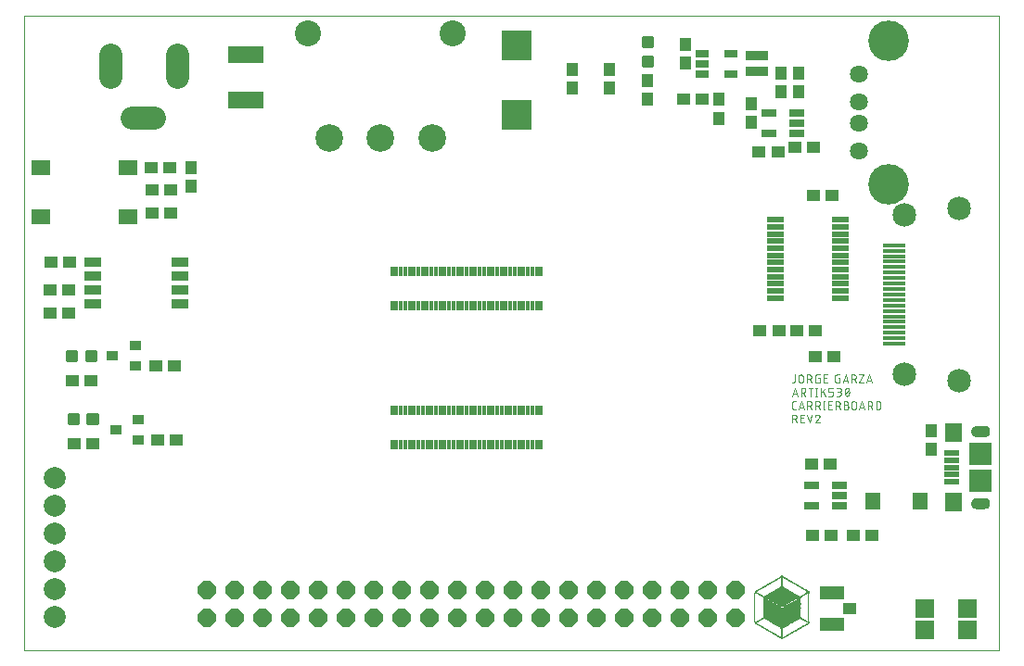
<source format=gts>
G04 EAGLE Gerber X2 export*
%TF.Part,Single*%
%TF.FileFunction,Other,Solder stop mask TOP*%
%TF.FilePolarity,Positive*%
%TF.GenerationSoftware,Autodesk,EAGLE,9.0.0*%
%TF.CreationDate,2019-01-20T02:36:27Z*%
G75*
%MOMM*%
%FSLAX34Y34*%
%LPD*%
%AMOC8*
5,1,8,0,0,1.08239X$1,22.5*%
G01*
%ADD10C,0.000000*%
%ADD11C,0.076200*%
%ADD12R,0.101600X0.025400*%
%ADD13R,0.152400X0.025400*%
%ADD14R,0.228600X0.025400*%
%ADD15R,0.304800X0.025400*%
%ADD16R,0.406400X0.025400*%
%ADD17R,0.482600X0.025400*%
%ADD18R,0.177800X0.025400*%
%ADD19R,0.203200X0.025400*%
%ADD20R,0.127000X0.025400*%
%ADD21R,0.279400X0.025400*%
%ADD22R,0.381000X0.025400*%
%ADD23R,0.457200X0.025400*%
%ADD24R,0.558800X0.025400*%
%ADD25R,0.635000X0.025400*%
%ADD26R,0.685800X0.025400*%
%ADD27R,0.812800X0.025400*%
%ADD28R,0.889000X0.025400*%
%ADD29R,0.965200X0.025400*%
%ADD30R,1.092200X0.025400*%
%ADD31R,1.193800X0.025400*%
%ADD32R,1.270000X0.025400*%
%ADD33R,1.346200X0.025400*%
%ADD34R,1.422400X0.025400*%
%ADD35R,1.473200X0.025400*%
%ADD36R,1.600200X0.025400*%
%ADD37R,1.651000X0.025400*%
%ADD38R,1.778000X0.025400*%
%ADD39R,1.854200X0.025400*%
%ADD40R,1.930400X0.025400*%
%ADD41R,0.254000X0.025400*%
%ADD42R,2.032000X0.025400*%
%ADD43R,2.108200X0.025400*%
%ADD44R,2.209800X0.025400*%
%ADD45R,0.076200X0.025400*%
%ADD46R,2.286000X0.025400*%
%ADD47R,2.387600X0.025400*%
%ADD48R,2.463800X0.025400*%
%ADD49R,2.540000X0.025400*%
%ADD50R,2.667000X0.025400*%
%ADD51R,2.743200X0.025400*%
%ADD52R,2.844800X0.025400*%
%ADD53R,2.895600X0.025400*%
%ADD54R,2.997200X0.025400*%
%ADD55R,3.124200X0.025400*%
%ADD56R,3.175000X0.025400*%
%ADD57R,3.403600X0.025400*%
%ADD58R,3.225800X0.025400*%
%ADD59R,0.025400X0.025400*%
%ADD60R,3.098800X0.025400*%
%ADD61R,0.050800X0.025400*%
%ADD62R,2.819400X0.025400*%
%ADD63R,2.641600X0.025400*%
%ADD64R,2.565400X0.025400*%
%ADD65R,2.489200X0.025400*%
%ADD66R,0.330200X0.025400*%
%ADD67R,2.336800X0.025400*%
%ADD68R,0.355600X0.025400*%
%ADD69R,2.184400X0.025400*%
%ADD70R,0.508000X0.025400*%
%ADD71R,2.057400X0.025400*%
%ADD72R,0.533400X0.025400*%
%ADD73R,1.955800X0.025400*%
%ADD74R,0.584200X0.025400*%
%ADD75R,1.879600X0.025400*%
%ADD76R,0.609600X0.025400*%
%ADD77R,0.660400X0.025400*%
%ADD78R,1.676400X0.025400*%
%ADD79R,0.711200X0.025400*%
%ADD80R,0.762000X0.025400*%
%ADD81R,1.524000X0.025400*%
%ADD82R,0.736600X0.025400*%
%ADD83R,0.787400X0.025400*%
%ADD84R,0.838200X0.025400*%
%ADD85R,0.939800X0.025400*%
%ADD86R,1.168400X0.025400*%
%ADD87R,1.041400X0.025400*%
%ADD88R,1.016000X0.025400*%
%ADD89R,1.066800X0.025400*%
%ADD90R,1.117600X0.025400*%
%ADD91R,1.143000X0.025400*%
%ADD92R,1.244600X0.025400*%
%ADD93R,1.295400X0.025400*%
%ADD94R,1.320800X0.025400*%
%ADD95R,1.397000X0.025400*%
%ADD96R,1.371600X0.025400*%
%ADD97R,1.498600X0.025400*%
%ADD98R,1.549400X0.025400*%
%ADD99R,1.625600X0.025400*%
%ADD100R,1.727200X0.025400*%
%ADD101R,1.701800X0.025400*%
%ADD102R,1.752600X0.025400*%
%ADD103R,1.447800X0.025400*%
%ADD104R,1.219200X0.025400*%
%ADD105R,0.990600X0.025400*%
%ADD106R,0.914400X0.025400*%
%ADD107R,0.863600X0.025400*%
%ADD108R,0.431800X0.025400*%
%ADD109R,0.327000X0.827000*%
%ADD110C,2.127000*%
%ADD111C,2.527000*%
%ADD112C,2.377000*%
%ADD113R,2.827000X2.677000*%
%ADD114R,1.127000X1.227000*%
%ADD115C,0.338100*%
%ADD116R,1.227000X1.127000*%
%ADD117R,1.277000X0.727000*%
%ADD118R,1.027000X0.927000*%
%ADD119R,1.527000X1.727000*%
%ADD120R,1.477000X0.527000*%
%ADD121R,2.027000X2.027000*%
%ADD122R,1.327000X0.727000*%
%ADD123R,1.397000X1.597000*%
%ADD124C,2.006600*%
%ADD125R,1.602000X0.577000*%
%ADD126P,1.787026X8X22.500000*%
%ADD127R,1.577000X0.877000*%
%ADD128R,1.677000X1.427000*%
%ADD129R,2.327000X1.177000*%
%ADD130R,1.177000X1.127000*%
%ADD131R,3.327000X1.627000*%
%ADD132R,2.127000X0.827000*%
%ADD133R,2.027000X0.427000*%
%ADD134C,2.157000*%
%ADD135R,1.667000X1.667000*%
%ADD136C,1.627000*%
%ADD137C,3.707000*%

G36*
X987665Y335024D02*
X987665Y335024D01*
X987751Y335033D01*
X988517Y335232D01*
X988640Y335283D01*
X988726Y335312D01*
X989429Y335677D01*
X989537Y335754D01*
X989615Y335801D01*
X990219Y336313D01*
X990307Y336412D01*
X990373Y336476D01*
X990848Y337109D01*
X990911Y337225D01*
X990961Y337302D01*
X991283Y338025D01*
X991319Y338153D01*
X991351Y338239D01*
X991504Y339015D01*
X991511Y339148D01*
X991522Y339238D01*
X991499Y340030D01*
X991497Y340038D01*
X991498Y340046D01*
X991460Y340886D01*
X991435Y341017D01*
X991425Y341107D01*
X991200Y341918D01*
X991147Y342040D01*
X991117Y342126D01*
X990717Y342867D01*
X990639Y342973D01*
X990590Y343051D01*
X990036Y343684D01*
X989935Y343770D01*
X989870Y343835D01*
X989189Y344329D01*
X989072Y344391D01*
X988994Y344439D01*
X988220Y344769D01*
X988092Y344804D01*
X988006Y344834D01*
X987178Y344983D01*
X987078Y344987D01*
X987000Y344999D01*
X978500Y344999D01*
X978335Y344976D01*
X978249Y344967D01*
X977483Y344768D01*
X977360Y344717D01*
X977274Y344688D01*
X976571Y344323D01*
X976463Y344246D01*
X976385Y344199D01*
X975781Y343687D01*
X975693Y343588D01*
X975628Y343524D01*
X975152Y342891D01*
X975089Y342775D01*
X975039Y342698D01*
X974717Y341975D01*
X974681Y341847D01*
X974649Y341761D01*
X974496Y340985D01*
X974489Y340852D01*
X974478Y340762D01*
X974501Y339970D01*
X974503Y339962D01*
X974502Y339954D01*
X974540Y339114D01*
X974565Y338983D01*
X974575Y338893D01*
X974800Y338082D01*
X974853Y337960D01*
X974883Y337874D01*
X975283Y337133D01*
X975361Y337027D01*
X975410Y336949D01*
X975964Y336316D01*
X976065Y336230D01*
X976130Y336165D01*
X976811Y335671D01*
X976928Y335609D01*
X977006Y335561D01*
X977780Y335231D01*
X977908Y335196D01*
X977994Y335166D01*
X978822Y335017D01*
X978922Y335013D01*
X979000Y335001D01*
X987500Y335001D01*
X987665Y335024D01*
G37*
G36*
X987098Y269015D02*
X987098Y269015D01*
X987178Y269017D01*
X988006Y269166D01*
X988132Y269208D01*
X988220Y269231D01*
X988994Y269561D01*
X989108Y269629D01*
X989189Y269671D01*
X989870Y270165D01*
X989965Y270257D01*
X990036Y270316D01*
X990590Y270949D01*
X990662Y271060D01*
X990717Y271133D01*
X991117Y271874D01*
X991162Y271998D01*
X991200Y272082D01*
X991425Y272893D01*
X991442Y273024D01*
X991460Y273114D01*
X991498Y273954D01*
X991497Y273963D01*
X991499Y273970D01*
X991522Y274762D01*
X991508Y274893D01*
X991504Y274985D01*
X991351Y275761D01*
X991307Y275886D01*
X991283Y275975D01*
X990961Y276698D01*
X990890Y276810D01*
X990848Y276891D01*
X990373Y277524D01*
X990279Y277618D01*
X990219Y277687D01*
X989615Y278199D01*
X989503Y278270D01*
X989429Y278323D01*
X988726Y278688D01*
X988601Y278732D01*
X988517Y278768D01*
X987751Y278967D01*
X987586Y278986D01*
X987500Y278999D01*
X979000Y278999D01*
X978902Y278985D01*
X978822Y278983D01*
X977994Y278834D01*
X977868Y278792D01*
X977780Y278769D01*
X977006Y278439D01*
X976892Y278371D01*
X976811Y278329D01*
X976130Y277835D01*
X976035Y277743D01*
X975964Y277684D01*
X975410Y277051D01*
X975338Y276940D01*
X975283Y276867D01*
X974883Y276126D01*
X974838Y276002D01*
X974800Y275918D01*
X974575Y275107D01*
X974558Y274976D01*
X974540Y274886D01*
X974502Y274046D01*
X974503Y274037D01*
X974501Y274030D01*
X974478Y273238D01*
X974492Y273107D01*
X974496Y273015D01*
X974649Y272239D01*
X974693Y272114D01*
X974717Y272025D01*
X975039Y271302D01*
X975110Y271190D01*
X975152Y271109D01*
X975628Y270476D01*
X975721Y270382D01*
X975781Y270313D01*
X976385Y269801D01*
X976497Y269731D01*
X976571Y269677D01*
X977274Y269312D01*
X977399Y269268D01*
X977483Y269232D01*
X978249Y269033D01*
X978414Y269014D01*
X978500Y269001D01*
X987000Y269001D01*
X987098Y269015D01*
G37*
D10*
X110000Y140000D02*
X1000000Y140000D01*
X1000000Y720000D01*
X110000Y720000D01*
X110000Y140000D01*
D11*
X813301Y386102D02*
X813301Y391831D01*
X813301Y386102D02*
X813299Y386024D01*
X813294Y385946D01*
X813284Y385869D01*
X813271Y385792D01*
X813255Y385716D01*
X813235Y385641D01*
X813211Y385567D01*
X813184Y385494D01*
X813153Y385422D01*
X813119Y385352D01*
X813082Y385284D01*
X813041Y385217D01*
X812997Y385152D01*
X812951Y385090D01*
X812901Y385030D01*
X812849Y384972D01*
X812794Y384917D01*
X812736Y384865D01*
X812676Y384815D01*
X812614Y384769D01*
X812549Y384725D01*
X812483Y384684D01*
X812414Y384647D01*
X812344Y384613D01*
X812272Y384582D01*
X812199Y384555D01*
X812125Y384531D01*
X812050Y384511D01*
X811974Y384495D01*
X811897Y384482D01*
X811820Y384472D01*
X811742Y384467D01*
X811664Y384465D01*
X810845Y384465D01*
X816735Y386511D02*
X816735Y389785D01*
X816737Y389874D01*
X816743Y389963D01*
X816753Y390052D01*
X816766Y390140D01*
X816783Y390228D01*
X816805Y390315D01*
X816830Y390400D01*
X816858Y390485D01*
X816891Y390568D01*
X816927Y390650D01*
X816966Y390730D01*
X817009Y390808D01*
X817055Y390884D01*
X817105Y390959D01*
X817158Y391031D01*
X817214Y391100D01*
X817273Y391167D01*
X817334Y391232D01*
X817399Y391293D01*
X817466Y391352D01*
X817535Y391408D01*
X817607Y391461D01*
X817682Y391511D01*
X817758Y391557D01*
X817836Y391600D01*
X817916Y391639D01*
X817998Y391675D01*
X818081Y391708D01*
X818166Y391736D01*
X818251Y391761D01*
X818338Y391783D01*
X818426Y391800D01*
X818514Y391813D01*
X818603Y391823D01*
X818692Y391829D01*
X818781Y391831D01*
X818870Y391829D01*
X818959Y391823D01*
X819048Y391813D01*
X819136Y391800D01*
X819224Y391783D01*
X819311Y391761D01*
X819396Y391736D01*
X819481Y391708D01*
X819564Y391675D01*
X819646Y391639D01*
X819726Y391600D01*
X819804Y391557D01*
X819880Y391511D01*
X819955Y391461D01*
X820027Y391408D01*
X820096Y391352D01*
X820163Y391293D01*
X820228Y391232D01*
X820289Y391167D01*
X820348Y391100D01*
X820404Y391031D01*
X820457Y390959D01*
X820507Y390884D01*
X820553Y390808D01*
X820596Y390730D01*
X820635Y390650D01*
X820671Y390568D01*
X820704Y390485D01*
X820732Y390400D01*
X820757Y390315D01*
X820779Y390228D01*
X820796Y390140D01*
X820809Y390052D01*
X820819Y389963D01*
X820825Y389874D01*
X820827Y389785D01*
X820827Y386511D01*
X820825Y386422D01*
X820819Y386333D01*
X820809Y386244D01*
X820796Y386156D01*
X820779Y386068D01*
X820757Y385981D01*
X820732Y385896D01*
X820704Y385811D01*
X820671Y385728D01*
X820635Y385646D01*
X820596Y385566D01*
X820553Y385488D01*
X820507Y385412D01*
X820457Y385337D01*
X820404Y385265D01*
X820348Y385196D01*
X820289Y385129D01*
X820228Y385064D01*
X820163Y385003D01*
X820096Y384944D01*
X820027Y384888D01*
X819955Y384835D01*
X819880Y384785D01*
X819804Y384739D01*
X819726Y384696D01*
X819646Y384657D01*
X819564Y384621D01*
X819481Y384588D01*
X819396Y384560D01*
X819311Y384535D01*
X819224Y384513D01*
X819136Y384496D01*
X819048Y384483D01*
X818959Y384473D01*
X818870Y384467D01*
X818781Y384465D01*
X818692Y384467D01*
X818603Y384473D01*
X818514Y384483D01*
X818426Y384496D01*
X818338Y384513D01*
X818251Y384535D01*
X818166Y384560D01*
X818081Y384588D01*
X817998Y384621D01*
X817916Y384657D01*
X817836Y384696D01*
X817758Y384739D01*
X817682Y384785D01*
X817607Y384835D01*
X817535Y384888D01*
X817466Y384944D01*
X817399Y385003D01*
X817334Y385064D01*
X817273Y385129D01*
X817214Y385196D01*
X817158Y385265D01*
X817105Y385337D01*
X817055Y385412D01*
X817009Y385488D01*
X816966Y385566D01*
X816927Y385646D01*
X816891Y385728D01*
X816858Y385811D01*
X816830Y385896D01*
X816805Y385981D01*
X816783Y386068D01*
X816766Y386156D01*
X816753Y386244D01*
X816743Y386333D01*
X816737Y386422D01*
X816735Y386511D01*
X824345Y384465D02*
X824345Y391831D01*
X826391Y391831D01*
X826480Y391829D01*
X826569Y391823D01*
X826658Y391813D01*
X826746Y391800D01*
X826834Y391783D01*
X826921Y391761D01*
X827006Y391736D01*
X827091Y391708D01*
X827174Y391675D01*
X827256Y391639D01*
X827336Y391600D01*
X827414Y391557D01*
X827490Y391511D01*
X827565Y391461D01*
X827637Y391408D01*
X827706Y391352D01*
X827773Y391293D01*
X827838Y391232D01*
X827899Y391167D01*
X827958Y391100D01*
X828014Y391031D01*
X828067Y390959D01*
X828117Y390884D01*
X828163Y390808D01*
X828206Y390730D01*
X828245Y390650D01*
X828281Y390568D01*
X828314Y390485D01*
X828342Y390400D01*
X828367Y390315D01*
X828389Y390228D01*
X828406Y390140D01*
X828419Y390052D01*
X828429Y389963D01*
X828435Y389874D01*
X828437Y389785D01*
X828435Y389696D01*
X828429Y389607D01*
X828419Y389518D01*
X828406Y389430D01*
X828389Y389342D01*
X828367Y389255D01*
X828342Y389170D01*
X828314Y389085D01*
X828281Y389002D01*
X828245Y388920D01*
X828206Y388840D01*
X828163Y388762D01*
X828117Y388686D01*
X828067Y388611D01*
X828014Y388539D01*
X827958Y388470D01*
X827899Y388403D01*
X827838Y388338D01*
X827773Y388277D01*
X827706Y388218D01*
X827637Y388162D01*
X827565Y388109D01*
X827490Y388059D01*
X827414Y388013D01*
X827336Y387970D01*
X827256Y387931D01*
X827174Y387895D01*
X827091Y387862D01*
X827006Y387834D01*
X826921Y387809D01*
X826834Y387787D01*
X826746Y387770D01*
X826658Y387757D01*
X826569Y387747D01*
X826480Y387741D01*
X826391Y387739D01*
X824345Y387739D01*
X826801Y387739D02*
X828437Y384465D01*
X834718Y388557D02*
X835945Y388557D01*
X835945Y384465D01*
X833490Y384465D01*
X833412Y384467D01*
X833334Y384472D01*
X833257Y384482D01*
X833180Y384495D01*
X833104Y384511D01*
X833029Y384531D01*
X832955Y384555D01*
X832882Y384582D01*
X832810Y384613D01*
X832740Y384647D01*
X832672Y384684D01*
X832605Y384725D01*
X832540Y384769D01*
X832478Y384815D01*
X832418Y384865D01*
X832360Y384917D01*
X832305Y384972D01*
X832253Y385030D01*
X832203Y385090D01*
X832157Y385152D01*
X832113Y385217D01*
X832072Y385284D01*
X832035Y385352D01*
X832001Y385422D01*
X831970Y385494D01*
X831943Y385567D01*
X831919Y385641D01*
X831899Y385716D01*
X831883Y385792D01*
X831870Y385869D01*
X831860Y385946D01*
X831855Y386024D01*
X831853Y386102D01*
X831853Y390194D01*
X831855Y390274D01*
X831861Y390354D01*
X831871Y390434D01*
X831884Y390513D01*
X831902Y390592D01*
X831923Y390669D01*
X831949Y390745D01*
X831978Y390820D01*
X832010Y390894D01*
X832046Y390966D01*
X832086Y391036D01*
X832129Y391103D01*
X832175Y391169D01*
X832225Y391232D01*
X832277Y391293D01*
X832332Y391352D01*
X832391Y391407D01*
X832451Y391459D01*
X832515Y391509D01*
X832581Y391555D01*
X832648Y391598D01*
X832718Y391638D01*
X832790Y391674D01*
X832864Y391706D01*
X832938Y391735D01*
X833015Y391761D01*
X833092Y391782D01*
X833171Y391800D01*
X833250Y391813D01*
X833330Y391823D01*
X833410Y391829D01*
X833490Y391831D01*
X835945Y391831D01*
X839672Y384465D02*
X842945Y384465D01*
X839672Y384465D02*
X839672Y391831D01*
X842945Y391831D01*
X842127Y388557D02*
X839672Y388557D01*
X852762Y388557D02*
X853989Y388557D01*
X853989Y384465D01*
X851534Y384465D01*
X851456Y384467D01*
X851378Y384472D01*
X851301Y384482D01*
X851224Y384495D01*
X851148Y384511D01*
X851073Y384531D01*
X850999Y384555D01*
X850926Y384582D01*
X850854Y384613D01*
X850784Y384647D01*
X850716Y384684D01*
X850649Y384725D01*
X850584Y384769D01*
X850522Y384815D01*
X850462Y384865D01*
X850404Y384917D01*
X850349Y384972D01*
X850297Y385030D01*
X850247Y385090D01*
X850201Y385152D01*
X850157Y385217D01*
X850116Y385284D01*
X850079Y385352D01*
X850045Y385422D01*
X850014Y385494D01*
X849987Y385567D01*
X849963Y385641D01*
X849943Y385716D01*
X849927Y385792D01*
X849914Y385869D01*
X849904Y385946D01*
X849899Y386024D01*
X849897Y386102D01*
X849897Y390194D01*
X849899Y390274D01*
X849905Y390354D01*
X849915Y390434D01*
X849928Y390513D01*
X849946Y390592D01*
X849967Y390669D01*
X849993Y390745D01*
X850022Y390820D01*
X850054Y390894D01*
X850090Y390966D01*
X850130Y391036D01*
X850173Y391103D01*
X850219Y391169D01*
X850269Y391232D01*
X850321Y391293D01*
X850376Y391352D01*
X850435Y391407D01*
X850495Y391459D01*
X850559Y391509D01*
X850625Y391555D01*
X850692Y391598D01*
X850762Y391638D01*
X850834Y391674D01*
X850908Y391706D01*
X850982Y391735D01*
X851059Y391761D01*
X851136Y391782D01*
X851215Y391800D01*
X851294Y391813D01*
X851374Y391823D01*
X851454Y391829D01*
X851534Y391831D01*
X853989Y391831D01*
X859502Y391831D02*
X857047Y384465D01*
X861958Y384465D02*
X859502Y391831D01*
X857661Y386307D02*
X861344Y386307D01*
X865066Y384465D02*
X865066Y391831D01*
X867112Y391831D01*
X867201Y391829D01*
X867290Y391823D01*
X867379Y391813D01*
X867467Y391800D01*
X867555Y391783D01*
X867642Y391761D01*
X867727Y391736D01*
X867812Y391708D01*
X867895Y391675D01*
X867977Y391639D01*
X868057Y391600D01*
X868135Y391557D01*
X868211Y391511D01*
X868286Y391461D01*
X868358Y391408D01*
X868427Y391352D01*
X868494Y391293D01*
X868559Y391232D01*
X868620Y391167D01*
X868679Y391100D01*
X868735Y391031D01*
X868788Y390959D01*
X868838Y390884D01*
X868884Y390808D01*
X868927Y390730D01*
X868966Y390650D01*
X869002Y390568D01*
X869035Y390485D01*
X869063Y390400D01*
X869088Y390315D01*
X869110Y390228D01*
X869127Y390140D01*
X869140Y390052D01*
X869150Y389963D01*
X869156Y389874D01*
X869158Y389785D01*
X869156Y389696D01*
X869150Y389607D01*
X869140Y389518D01*
X869127Y389430D01*
X869110Y389342D01*
X869088Y389255D01*
X869063Y389170D01*
X869035Y389085D01*
X869002Y389002D01*
X868966Y388920D01*
X868927Y388840D01*
X868884Y388762D01*
X868838Y388686D01*
X868788Y388611D01*
X868735Y388539D01*
X868679Y388470D01*
X868620Y388403D01*
X868559Y388338D01*
X868494Y388277D01*
X868427Y388218D01*
X868358Y388162D01*
X868286Y388109D01*
X868211Y388059D01*
X868135Y388013D01*
X868057Y387970D01*
X867977Y387931D01*
X867895Y387895D01*
X867812Y387862D01*
X867727Y387834D01*
X867642Y387809D01*
X867555Y387787D01*
X867467Y387770D01*
X867379Y387757D01*
X867290Y387747D01*
X867201Y387741D01*
X867112Y387739D01*
X865066Y387739D01*
X867522Y387739D02*
X869159Y384465D01*
X872087Y391831D02*
X876179Y391831D01*
X872087Y384465D01*
X876179Y384465D01*
X878749Y384465D02*
X881204Y391831D01*
X883659Y384465D01*
X883046Y386307D02*
X879363Y386307D01*
X813301Y379639D02*
X810845Y372273D01*
X815756Y372273D02*
X813301Y379639D01*
X815142Y374115D02*
X811459Y374115D01*
X818865Y372273D02*
X818865Y379639D01*
X820911Y379639D01*
X821000Y379637D01*
X821089Y379631D01*
X821178Y379621D01*
X821266Y379608D01*
X821354Y379591D01*
X821441Y379569D01*
X821526Y379544D01*
X821611Y379516D01*
X821694Y379483D01*
X821776Y379447D01*
X821856Y379408D01*
X821934Y379365D01*
X822010Y379319D01*
X822085Y379269D01*
X822157Y379216D01*
X822226Y379160D01*
X822293Y379101D01*
X822358Y379040D01*
X822419Y378975D01*
X822478Y378908D01*
X822534Y378839D01*
X822587Y378767D01*
X822637Y378692D01*
X822683Y378616D01*
X822726Y378538D01*
X822765Y378458D01*
X822801Y378376D01*
X822834Y378293D01*
X822862Y378208D01*
X822887Y378123D01*
X822909Y378036D01*
X822926Y377948D01*
X822939Y377860D01*
X822949Y377771D01*
X822955Y377682D01*
X822957Y377593D01*
X822955Y377504D01*
X822949Y377415D01*
X822939Y377326D01*
X822926Y377238D01*
X822909Y377150D01*
X822887Y377063D01*
X822862Y376978D01*
X822834Y376893D01*
X822801Y376810D01*
X822765Y376728D01*
X822726Y376648D01*
X822683Y376570D01*
X822637Y376494D01*
X822587Y376419D01*
X822534Y376347D01*
X822478Y376278D01*
X822419Y376211D01*
X822358Y376146D01*
X822293Y376085D01*
X822226Y376026D01*
X822157Y375970D01*
X822085Y375917D01*
X822010Y375867D01*
X821934Y375821D01*
X821856Y375778D01*
X821776Y375739D01*
X821694Y375703D01*
X821611Y375670D01*
X821526Y375642D01*
X821441Y375617D01*
X821354Y375595D01*
X821266Y375578D01*
X821178Y375565D01*
X821089Y375555D01*
X821000Y375549D01*
X820911Y375547D01*
X818865Y375547D01*
X821320Y375547D02*
X822957Y372273D01*
X827687Y372273D02*
X827687Y379639D01*
X825641Y379639D02*
X829733Y379639D01*
X833052Y379639D02*
X833052Y372273D01*
X833870Y372273D02*
X832233Y372273D01*
X832233Y379639D02*
X833870Y379639D01*
X837219Y379639D02*
X837219Y372273D01*
X837219Y375138D02*
X841311Y379639D01*
X838856Y376774D02*
X841311Y372273D01*
X844173Y372273D02*
X846628Y372273D01*
X846706Y372275D01*
X846784Y372280D01*
X846861Y372290D01*
X846938Y372303D01*
X847014Y372319D01*
X847089Y372339D01*
X847163Y372363D01*
X847236Y372390D01*
X847308Y372421D01*
X847378Y372455D01*
X847447Y372492D01*
X847513Y372533D01*
X847578Y372577D01*
X847640Y372623D01*
X847700Y372673D01*
X847758Y372725D01*
X847813Y372780D01*
X847865Y372838D01*
X847915Y372898D01*
X847961Y372960D01*
X848005Y373025D01*
X848046Y373092D01*
X848083Y373160D01*
X848117Y373230D01*
X848148Y373302D01*
X848175Y373375D01*
X848199Y373449D01*
X848219Y373524D01*
X848235Y373600D01*
X848248Y373677D01*
X848258Y373754D01*
X848263Y373832D01*
X848265Y373910D01*
X848265Y374728D01*
X848263Y374806D01*
X848258Y374884D01*
X848248Y374961D01*
X848235Y375038D01*
X848219Y375114D01*
X848199Y375189D01*
X848175Y375263D01*
X848148Y375336D01*
X848117Y375408D01*
X848083Y375478D01*
X848046Y375547D01*
X848005Y375613D01*
X847961Y375678D01*
X847915Y375740D01*
X847865Y375800D01*
X847813Y375858D01*
X847758Y375913D01*
X847700Y375965D01*
X847640Y376015D01*
X847578Y376061D01*
X847513Y376105D01*
X847447Y376146D01*
X847378Y376183D01*
X847308Y376217D01*
X847236Y376248D01*
X847163Y376275D01*
X847089Y376299D01*
X847014Y376319D01*
X846938Y376335D01*
X846861Y376348D01*
X846784Y376358D01*
X846706Y376363D01*
X846628Y376365D01*
X844173Y376365D01*
X844173Y379639D01*
X848265Y379639D01*
X851488Y372273D02*
X853534Y372273D01*
X853623Y372275D01*
X853712Y372281D01*
X853801Y372291D01*
X853889Y372304D01*
X853977Y372321D01*
X854064Y372343D01*
X854149Y372368D01*
X854234Y372396D01*
X854317Y372429D01*
X854399Y372465D01*
X854479Y372504D01*
X854557Y372547D01*
X854633Y372593D01*
X854708Y372643D01*
X854780Y372696D01*
X854849Y372752D01*
X854916Y372811D01*
X854981Y372872D01*
X855042Y372937D01*
X855101Y373004D01*
X855157Y373073D01*
X855210Y373145D01*
X855260Y373220D01*
X855306Y373296D01*
X855349Y373374D01*
X855388Y373454D01*
X855424Y373536D01*
X855457Y373619D01*
X855485Y373704D01*
X855510Y373789D01*
X855532Y373876D01*
X855549Y373964D01*
X855562Y374052D01*
X855572Y374141D01*
X855578Y374230D01*
X855580Y374319D01*
X855578Y374408D01*
X855572Y374497D01*
X855562Y374586D01*
X855549Y374674D01*
X855532Y374762D01*
X855510Y374849D01*
X855485Y374934D01*
X855457Y375019D01*
X855424Y375102D01*
X855388Y375184D01*
X855349Y375264D01*
X855306Y375342D01*
X855260Y375418D01*
X855210Y375493D01*
X855157Y375565D01*
X855101Y375634D01*
X855042Y375701D01*
X854981Y375766D01*
X854916Y375827D01*
X854849Y375886D01*
X854780Y375942D01*
X854708Y375995D01*
X854633Y376045D01*
X854557Y376091D01*
X854479Y376134D01*
X854399Y376173D01*
X854317Y376209D01*
X854234Y376242D01*
X854149Y376270D01*
X854064Y376295D01*
X853977Y376317D01*
X853889Y376334D01*
X853801Y376347D01*
X853712Y376357D01*
X853623Y376363D01*
X853534Y376365D01*
X853943Y379639D02*
X851488Y379639D01*
X853943Y379639D02*
X854022Y379637D01*
X854101Y379631D01*
X854180Y379622D01*
X854258Y379609D01*
X854335Y379591D01*
X854411Y379571D01*
X854486Y379546D01*
X854560Y379518D01*
X854633Y379487D01*
X854704Y379451D01*
X854773Y379413D01*
X854840Y379371D01*
X854905Y379326D01*
X854968Y379278D01*
X855029Y379227D01*
X855086Y379173D01*
X855142Y379117D01*
X855194Y379058D01*
X855244Y378996D01*
X855290Y378932D01*
X855334Y378866D01*
X855374Y378798D01*
X855410Y378728D01*
X855444Y378656D01*
X855474Y378582D01*
X855500Y378508D01*
X855523Y378432D01*
X855541Y378355D01*
X855557Y378278D01*
X855568Y378199D01*
X855576Y378121D01*
X855580Y378042D01*
X855580Y377962D01*
X855576Y377883D01*
X855568Y377805D01*
X855557Y377726D01*
X855541Y377649D01*
X855523Y377572D01*
X855500Y377496D01*
X855474Y377422D01*
X855444Y377348D01*
X855410Y377276D01*
X855374Y377206D01*
X855334Y377138D01*
X855290Y377072D01*
X855244Y377008D01*
X855194Y376946D01*
X855142Y376887D01*
X855086Y376831D01*
X855029Y376777D01*
X854968Y376726D01*
X854905Y376678D01*
X854840Y376633D01*
X854773Y376591D01*
X854704Y376553D01*
X854633Y376517D01*
X854560Y376486D01*
X854486Y376458D01*
X854411Y376433D01*
X854335Y376413D01*
X854258Y376395D01*
X854180Y376382D01*
X854101Y376373D01*
X854022Y376367D01*
X853943Y376365D01*
X852306Y376365D01*
X858804Y375956D02*
X858806Y376109D01*
X858812Y376262D01*
X858821Y376414D01*
X858835Y376567D01*
X858852Y376719D01*
X858873Y376870D01*
X858898Y377021D01*
X858927Y377171D01*
X858959Y377321D01*
X858996Y377469D01*
X859036Y377617D01*
X859079Y377764D01*
X859127Y377909D01*
X859178Y378053D01*
X859232Y378196D01*
X859291Y378338D01*
X859352Y378477D01*
X859418Y378616D01*
X859417Y378616D02*
X859443Y378686D01*
X859473Y378756D01*
X859506Y378823D01*
X859542Y378889D01*
X859581Y378953D01*
X859624Y379015D01*
X859670Y379074D01*
X859718Y379132D01*
X859769Y379186D01*
X859823Y379239D01*
X859880Y379288D01*
X859939Y379335D01*
X860000Y379378D01*
X860063Y379419D01*
X860128Y379456D01*
X860195Y379491D01*
X860264Y379521D01*
X860334Y379549D01*
X860405Y379572D01*
X860477Y379593D01*
X860550Y379609D01*
X860624Y379622D01*
X860699Y379632D01*
X860774Y379637D01*
X860849Y379639D01*
X860924Y379637D01*
X860999Y379632D01*
X861074Y379622D01*
X861148Y379609D01*
X861221Y379593D01*
X861293Y379572D01*
X861364Y379549D01*
X861434Y379521D01*
X861503Y379491D01*
X861570Y379456D01*
X861635Y379419D01*
X861698Y379378D01*
X861759Y379335D01*
X861818Y379288D01*
X861875Y379239D01*
X861929Y379186D01*
X861980Y379132D01*
X862029Y379074D01*
X862074Y379015D01*
X862117Y378953D01*
X862156Y378889D01*
X862193Y378823D01*
X862225Y378755D01*
X862255Y378686D01*
X862281Y378616D01*
X862346Y378478D01*
X862408Y378338D01*
X862466Y378196D01*
X862521Y378053D01*
X862572Y377909D01*
X862620Y377764D01*
X862663Y377617D01*
X862703Y377470D01*
X862740Y377321D01*
X862772Y377171D01*
X862801Y377021D01*
X862826Y376870D01*
X862847Y376719D01*
X862864Y376567D01*
X862878Y376414D01*
X862887Y376262D01*
X862893Y376109D01*
X862895Y375956D01*
X858803Y375956D02*
X858805Y375803D01*
X858811Y375650D01*
X858820Y375497D01*
X858834Y375345D01*
X858851Y375193D01*
X858872Y375042D01*
X858897Y374891D01*
X858926Y374740D01*
X858958Y374591D01*
X858995Y374442D01*
X859035Y374295D01*
X859078Y374148D01*
X859126Y374003D01*
X859177Y373858D01*
X859232Y373716D01*
X859290Y373574D01*
X859352Y373434D01*
X859417Y373296D01*
X859443Y373225D01*
X859473Y373156D01*
X859506Y373089D01*
X859542Y373023D01*
X859581Y372959D01*
X859624Y372897D01*
X859670Y372838D01*
X859718Y372780D01*
X859769Y372726D01*
X859823Y372673D01*
X859880Y372624D01*
X859939Y372577D01*
X860000Y372534D01*
X860063Y372493D01*
X860128Y372456D01*
X860195Y372421D01*
X860264Y372391D01*
X860334Y372363D01*
X860405Y372340D01*
X860477Y372319D01*
X860550Y372303D01*
X860624Y372290D01*
X860699Y372280D01*
X860774Y372275D01*
X860849Y372273D01*
X862281Y373296D02*
X862346Y373434D01*
X862408Y373574D01*
X862466Y373716D01*
X862521Y373859D01*
X862572Y374003D01*
X862620Y374148D01*
X862663Y374295D01*
X862703Y374443D01*
X862740Y374591D01*
X862772Y374741D01*
X862801Y374891D01*
X862826Y375042D01*
X862847Y375193D01*
X862864Y375345D01*
X862878Y375498D01*
X862887Y375650D01*
X862893Y375803D01*
X862895Y375956D01*
X862281Y373296D02*
X862255Y373226D01*
X862225Y373156D01*
X862193Y373089D01*
X862156Y373023D01*
X862117Y372959D01*
X862074Y372897D01*
X862028Y372838D01*
X861980Y372780D01*
X861929Y372726D01*
X861875Y372673D01*
X861818Y372624D01*
X861759Y372577D01*
X861698Y372534D01*
X861635Y372493D01*
X861570Y372456D01*
X861503Y372421D01*
X861434Y372391D01*
X861364Y372363D01*
X861293Y372340D01*
X861221Y372319D01*
X861148Y372303D01*
X861074Y372290D01*
X860999Y372280D01*
X860924Y372275D01*
X860849Y372273D01*
X859212Y373910D02*
X862486Y378002D01*
X814119Y360081D02*
X812482Y360081D01*
X812404Y360083D01*
X812326Y360088D01*
X812249Y360098D01*
X812172Y360111D01*
X812096Y360127D01*
X812021Y360147D01*
X811947Y360171D01*
X811874Y360198D01*
X811802Y360229D01*
X811732Y360263D01*
X811664Y360300D01*
X811597Y360341D01*
X811532Y360385D01*
X811470Y360431D01*
X811410Y360481D01*
X811352Y360533D01*
X811297Y360588D01*
X811245Y360646D01*
X811195Y360706D01*
X811149Y360768D01*
X811105Y360833D01*
X811064Y360900D01*
X811027Y360968D01*
X810993Y361038D01*
X810962Y361110D01*
X810935Y361183D01*
X810911Y361257D01*
X810891Y361332D01*
X810875Y361408D01*
X810862Y361485D01*
X810852Y361562D01*
X810847Y361640D01*
X810845Y361718D01*
X810845Y365810D01*
X810847Y365890D01*
X810853Y365970D01*
X810863Y366050D01*
X810876Y366129D01*
X810894Y366208D01*
X810915Y366285D01*
X810941Y366361D01*
X810970Y366436D01*
X811002Y366510D01*
X811038Y366582D01*
X811078Y366652D01*
X811121Y366719D01*
X811167Y366785D01*
X811217Y366848D01*
X811269Y366909D01*
X811324Y366968D01*
X811383Y367023D01*
X811443Y367075D01*
X811507Y367125D01*
X811573Y367171D01*
X811640Y367214D01*
X811710Y367254D01*
X811782Y367290D01*
X811856Y367322D01*
X811930Y367351D01*
X812007Y367377D01*
X812084Y367398D01*
X812163Y367416D01*
X812242Y367429D01*
X812322Y367439D01*
X812402Y367445D01*
X812482Y367447D01*
X814119Y367447D01*
X819010Y367447D02*
X816555Y360081D01*
X821466Y360081D02*
X819010Y367447D01*
X817169Y361923D02*
X820852Y361923D01*
X824574Y360081D02*
X824574Y367447D01*
X826621Y367447D01*
X826710Y367445D01*
X826799Y367439D01*
X826888Y367429D01*
X826976Y367416D01*
X827064Y367399D01*
X827151Y367377D01*
X827236Y367352D01*
X827321Y367324D01*
X827404Y367291D01*
X827486Y367255D01*
X827566Y367216D01*
X827644Y367173D01*
X827720Y367127D01*
X827795Y367077D01*
X827867Y367024D01*
X827936Y366968D01*
X828003Y366909D01*
X828068Y366848D01*
X828129Y366783D01*
X828188Y366716D01*
X828244Y366647D01*
X828297Y366575D01*
X828347Y366500D01*
X828393Y366424D01*
X828436Y366346D01*
X828475Y366266D01*
X828511Y366184D01*
X828544Y366101D01*
X828572Y366016D01*
X828597Y365931D01*
X828619Y365844D01*
X828636Y365756D01*
X828649Y365668D01*
X828659Y365579D01*
X828665Y365490D01*
X828667Y365401D01*
X828665Y365312D01*
X828659Y365223D01*
X828649Y365134D01*
X828636Y365046D01*
X828619Y364958D01*
X828597Y364871D01*
X828572Y364786D01*
X828544Y364701D01*
X828511Y364618D01*
X828475Y364536D01*
X828436Y364456D01*
X828393Y364378D01*
X828347Y364302D01*
X828297Y364227D01*
X828244Y364155D01*
X828188Y364086D01*
X828129Y364019D01*
X828068Y363954D01*
X828003Y363893D01*
X827936Y363834D01*
X827867Y363778D01*
X827795Y363725D01*
X827720Y363675D01*
X827644Y363629D01*
X827566Y363586D01*
X827486Y363547D01*
X827404Y363511D01*
X827321Y363478D01*
X827236Y363450D01*
X827151Y363425D01*
X827064Y363403D01*
X826976Y363386D01*
X826888Y363373D01*
X826799Y363363D01*
X826710Y363357D01*
X826621Y363355D01*
X824574Y363355D01*
X827030Y363355D02*
X828667Y360081D01*
X832133Y360081D02*
X832133Y367447D01*
X834180Y367447D01*
X834269Y367445D01*
X834358Y367439D01*
X834447Y367429D01*
X834535Y367416D01*
X834623Y367399D01*
X834710Y367377D01*
X834795Y367352D01*
X834880Y367324D01*
X834963Y367291D01*
X835045Y367255D01*
X835125Y367216D01*
X835203Y367173D01*
X835279Y367127D01*
X835354Y367077D01*
X835426Y367024D01*
X835495Y366968D01*
X835562Y366909D01*
X835627Y366848D01*
X835688Y366783D01*
X835747Y366716D01*
X835803Y366647D01*
X835856Y366575D01*
X835906Y366500D01*
X835952Y366424D01*
X835995Y366346D01*
X836034Y366266D01*
X836070Y366184D01*
X836103Y366101D01*
X836131Y366016D01*
X836156Y365931D01*
X836178Y365844D01*
X836195Y365756D01*
X836208Y365668D01*
X836218Y365579D01*
X836224Y365490D01*
X836226Y365401D01*
X836224Y365312D01*
X836218Y365223D01*
X836208Y365134D01*
X836195Y365046D01*
X836178Y364958D01*
X836156Y364871D01*
X836131Y364786D01*
X836103Y364701D01*
X836070Y364618D01*
X836034Y364536D01*
X835995Y364456D01*
X835952Y364378D01*
X835906Y364302D01*
X835856Y364227D01*
X835803Y364155D01*
X835747Y364086D01*
X835688Y364019D01*
X835627Y363954D01*
X835562Y363893D01*
X835495Y363834D01*
X835426Y363778D01*
X835354Y363725D01*
X835279Y363675D01*
X835203Y363629D01*
X835125Y363586D01*
X835045Y363547D01*
X834963Y363511D01*
X834880Y363478D01*
X834795Y363450D01*
X834710Y363425D01*
X834623Y363403D01*
X834535Y363386D01*
X834447Y363373D01*
X834358Y363363D01*
X834269Y363357D01*
X834180Y363355D01*
X832133Y363355D01*
X834589Y363355D02*
X836226Y360081D01*
X839981Y360081D02*
X839981Y367447D01*
X839162Y360081D02*
X840799Y360081D01*
X840799Y367447D02*
X839162Y367447D01*
X844046Y360081D02*
X847320Y360081D01*
X844046Y360081D02*
X844046Y367447D01*
X847320Y367447D01*
X846501Y364173D02*
X844046Y364173D01*
X850421Y367447D02*
X850421Y360081D01*
X850421Y367447D02*
X852468Y367447D01*
X852557Y367445D01*
X852646Y367439D01*
X852735Y367429D01*
X852823Y367416D01*
X852911Y367399D01*
X852998Y367377D01*
X853083Y367352D01*
X853168Y367324D01*
X853251Y367291D01*
X853333Y367255D01*
X853413Y367216D01*
X853491Y367173D01*
X853567Y367127D01*
X853642Y367077D01*
X853714Y367024D01*
X853783Y366968D01*
X853850Y366909D01*
X853915Y366848D01*
X853976Y366783D01*
X854035Y366716D01*
X854091Y366647D01*
X854144Y366575D01*
X854194Y366500D01*
X854240Y366424D01*
X854283Y366346D01*
X854322Y366266D01*
X854358Y366184D01*
X854391Y366101D01*
X854419Y366016D01*
X854444Y365931D01*
X854466Y365844D01*
X854483Y365756D01*
X854496Y365668D01*
X854506Y365579D01*
X854512Y365490D01*
X854514Y365401D01*
X854512Y365312D01*
X854506Y365223D01*
X854496Y365134D01*
X854483Y365046D01*
X854466Y364958D01*
X854444Y364871D01*
X854419Y364786D01*
X854391Y364701D01*
X854358Y364618D01*
X854322Y364536D01*
X854283Y364456D01*
X854240Y364378D01*
X854194Y364302D01*
X854144Y364227D01*
X854091Y364155D01*
X854035Y364086D01*
X853976Y364019D01*
X853915Y363954D01*
X853850Y363893D01*
X853783Y363834D01*
X853714Y363778D01*
X853642Y363725D01*
X853567Y363675D01*
X853491Y363629D01*
X853413Y363586D01*
X853333Y363547D01*
X853251Y363511D01*
X853168Y363478D01*
X853083Y363450D01*
X852998Y363425D01*
X852911Y363403D01*
X852823Y363386D01*
X852735Y363373D01*
X852646Y363363D01*
X852557Y363357D01*
X852468Y363355D01*
X850421Y363355D01*
X852877Y363355D02*
X854514Y360081D01*
X858047Y364173D02*
X860093Y364173D01*
X860182Y364171D01*
X860271Y364165D01*
X860360Y364155D01*
X860448Y364142D01*
X860536Y364125D01*
X860623Y364103D01*
X860708Y364078D01*
X860793Y364050D01*
X860876Y364017D01*
X860958Y363981D01*
X861038Y363942D01*
X861116Y363899D01*
X861192Y363853D01*
X861267Y363803D01*
X861339Y363750D01*
X861408Y363694D01*
X861475Y363635D01*
X861540Y363574D01*
X861601Y363509D01*
X861660Y363442D01*
X861716Y363373D01*
X861769Y363301D01*
X861819Y363226D01*
X861865Y363150D01*
X861908Y363072D01*
X861947Y362992D01*
X861983Y362910D01*
X862016Y362827D01*
X862044Y362742D01*
X862069Y362657D01*
X862091Y362570D01*
X862108Y362482D01*
X862121Y362394D01*
X862131Y362305D01*
X862137Y362216D01*
X862139Y362127D01*
X862137Y362038D01*
X862131Y361949D01*
X862121Y361860D01*
X862108Y361772D01*
X862091Y361684D01*
X862069Y361597D01*
X862044Y361512D01*
X862016Y361427D01*
X861983Y361344D01*
X861947Y361262D01*
X861908Y361182D01*
X861865Y361104D01*
X861819Y361028D01*
X861769Y360953D01*
X861716Y360881D01*
X861660Y360812D01*
X861601Y360745D01*
X861540Y360680D01*
X861475Y360619D01*
X861408Y360560D01*
X861339Y360504D01*
X861267Y360451D01*
X861192Y360401D01*
X861116Y360355D01*
X861038Y360312D01*
X860958Y360273D01*
X860876Y360237D01*
X860793Y360204D01*
X860708Y360176D01*
X860623Y360151D01*
X860536Y360129D01*
X860448Y360112D01*
X860360Y360099D01*
X860271Y360089D01*
X860182Y360083D01*
X860093Y360081D01*
X858047Y360081D01*
X858047Y367447D01*
X860093Y367447D01*
X860172Y367445D01*
X860251Y367439D01*
X860330Y367430D01*
X860408Y367417D01*
X860485Y367399D01*
X860561Y367379D01*
X860636Y367354D01*
X860710Y367326D01*
X860783Y367295D01*
X860854Y367259D01*
X860923Y367221D01*
X860990Y367179D01*
X861055Y367134D01*
X861118Y367086D01*
X861179Y367035D01*
X861236Y366981D01*
X861292Y366925D01*
X861344Y366866D01*
X861394Y366804D01*
X861440Y366740D01*
X861484Y366674D01*
X861524Y366606D01*
X861560Y366536D01*
X861594Y366464D01*
X861624Y366390D01*
X861650Y366316D01*
X861673Y366240D01*
X861691Y366163D01*
X861707Y366086D01*
X861718Y366007D01*
X861726Y365929D01*
X861730Y365850D01*
X861730Y365770D01*
X861726Y365691D01*
X861718Y365613D01*
X861707Y365534D01*
X861691Y365457D01*
X861673Y365380D01*
X861650Y365304D01*
X861624Y365230D01*
X861594Y365156D01*
X861560Y365084D01*
X861524Y365014D01*
X861484Y364946D01*
X861440Y364880D01*
X861394Y364816D01*
X861344Y364754D01*
X861292Y364695D01*
X861236Y364639D01*
X861179Y364585D01*
X861118Y364534D01*
X861055Y364486D01*
X860990Y364441D01*
X860923Y364399D01*
X860854Y364361D01*
X860783Y364325D01*
X860710Y364294D01*
X860636Y364266D01*
X860561Y364241D01*
X860485Y364221D01*
X860408Y364203D01*
X860330Y364190D01*
X860251Y364181D01*
X860172Y364175D01*
X860093Y364173D01*
X865001Y365401D02*
X865001Y362127D01*
X865001Y365401D02*
X865003Y365490D01*
X865009Y365579D01*
X865019Y365668D01*
X865032Y365756D01*
X865049Y365844D01*
X865071Y365931D01*
X865096Y366016D01*
X865124Y366101D01*
X865157Y366184D01*
X865193Y366266D01*
X865232Y366346D01*
X865275Y366424D01*
X865321Y366500D01*
X865371Y366575D01*
X865424Y366647D01*
X865480Y366716D01*
X865539Y366783D01*
X865600Y366848D01*
X865665Y366909D01*
X865732Y366968D01*
X865801Y367024D01*
X865873Y367077D01*
X865948Y367127D01*
X866024Y367173D01*
X866102Y367216D01*
X866182Y367255D01*
X866264Y367291D01*
X866347Y367324D01*
X866432Y367352D01*
X866517Y367377D01*
X866604Y367399D01*
X866692Y367416D01*
X866780Y367429D01*
X866869Y367439D01*
X866958Y367445D01*
X867047Y367447D01*
X867136Y367445D01*
X867225Y367439D01*
X867314Y367429D01*
X867402Y367416D01*
X867490Y367399D01*
X867577Y367377D01*
X867662Y367352D01*
X867747Y367324D01*
X867830Y367291D01*
X867912Y367255D01*
X867992Y367216D01*
X868070Y367173D01*
X868146Y367127D01*
X868221Y367077D01*
X868293Y367024D01*
X868362Y366968D01*
X868429Y366909D01*
X868494Y366848D01*
X868555Y366783D01*
X868614Y366716D01*
X868670Y366647D01*
X868723Y366575D01*
X868773Y366500D01*
X868819Y366424D01*
X868862Y366346D01*
X868901Y366266D01*
X868937Y366184D01*
X868970Y366101D01*
X868998Y366016D01*
X869023Y365931D01*
X869045Y365844D01*
X869062Y365756D01*
X869075Y365668D01*
X869085Y365579D01*
X869091Y365490D01*
X869093Y365401D01*
X869093Y362127D01*
X869091Y362038D01*
X869085Y361949D01*
X869075Y361860D01*
X869062Y361772D01*
X869045Y361684D01*
X869023Y361597D01*
X868998Y361512D01*
X868970Y361427D01*
X868937Y361344D01*
X868901Y361262D01*
X868862Y361182D01*
X868819Y361104D01*
X868773Y361028D01*
X868723Y360953D01*
X868670Y360881D01*
X868614Y360812D01*
X868555Y360745D01*
X868494Y360680D01*
X868429Y360619D01*
X868362Y360560D01*
X868293Y360504D01*
X868221Y360451D01*
X868146Y360401D01*
X868070Y360355D01*
X867992Y360312D01*
X867912Y360273D01*
X867830Y360237D01*
X867747Y360204D01*
X867662Y360176D01*
X867577Y360151D01*
X867490Y360129D01*
X867402Y360112D01*
X867314Y360099D01*
X867225Y360089D01*
X867136Y360083D01*
X867047Y360081D01*
X866958Y360083D01*
X866869Y360089D01*
X866780Y360099D01*
X866692Y360112D01*
X866604Y360129D01*
X866517Y360151D01*
X866432Y360176D01*
X866347Y360204D01*
X866264Y360237D01*
X866182Y360273D01*
X866102Y360312D01*
X866024Y360355D01*
X865948Y360401D01*
X865873Y360451D01*
X865801Y360504D01*
X865732Y360560D01*
X865665Y360619D01*
X865600Y360680D01*
X865539Y360745D01*
X865480Y360812D01*
X865424Y360881D01*
X865371Y360953D01*
X865321Y361028D01*
X865275Y361104D01*
X865232Y361182D01*
X865193Y361262D01*
X865157Y361344D01*
X865124Y361427D01*
X865096Y361512D01*
X865071Y361597D01*
X865049Y361684D01*
X865032Y361772D01*
X865019Y361860D01*
X865009Y361949D01*
X865003Y362038D01*
X865001Y362127D01*
X871907Y360081D02*
X874362Y367447D01*
X876817Y360081D01*
X876203Y361923D02*
X872520Y361923D01*
X879926Y360081D02*
X879926Y367447D01*
X881972Y367447D01*
X882061Y367445D01*
X882150Y367439D01*
X882239Y367429D01*
X882327Y367416D01*
X882415Y367399D01*
X882502Y367377D01*
X882587Y367352D01*
X882672Y367324D01*
X882755Y367291D01*
X882837Y367255D01*
X882917Y367216D01*
X882995Y367173D01*
X883071Y367127D01*
X883146Y367077D01*
X883218Y367024D01*
X883287Y366968D01*
X883354Y366909D01*
X883419Y366848D01*
X883480Y366783D01*
X883539Y366716D01*
X883595Y366647D01*
X883648Y366575D01*
X883698Y366500D01*
X883744Y366424D01*
X883787Y366346D01*
X883826Y366266D01*
X883862Y366184D01*
X883895Y366101D01*
X883923Y366016D01*
X883948Y365931D01*
X883970Y365844D01*
X883987Y365756D01*
X884000Y365668D01*
X884010Y365579D01*
X884016Y365490D01*
X884018Y365401D01*
X884016Y365312D01*
X884010Y365223D01*
X884000Y365134D01*
X883987Y365046D01*
X883970Y364958D01*
X883948Y364871D01*
X883923Y364786D01*
X883895Y364701D01*
X883862Y364618D01*
X883826Y364536D01*
X883787Y364456D01*
X883744Y364378D01*
X883698Y364302D01*
X883648Y364227D01*
X883595Y364155D01*
X883539Y364086D01*
X883480Y364019D01*
X883419Y363954D01*
X883354Y363893D01*
X883287Y363834D01*
X883218Y363778D01*
X883146Y363725D01*
X883071Y363675D01*
X882995Y363629D01*
X882917Y363586D01*
X882837Y363547D01*
X882755Y363511D01*
X882672Y363478D01*
X882587Y363450D01*
X882502Y363425D01*
X882415Y363403D01*
X882327Y363386D01*
X882239Y363373D01*
X882150Y363363D01*
X882061Y363357D01*
X881972Y363355D01*
X879926Y363355D01*
X882381Y363355D02*
X884018Y360081D01*
X887434Y360081D02*
X887434Y367447D01*
X889480Y367447D01*
X889569Y367445D01*
X889658Y367439D01*
X889747Y367429D01*
X889835Y367416D01*
X889923Y367399D01*
X890010Y367377D01*
X890095Y367352D01*
X890180Y367324D01*
X890263Y367291D01*
X890345Y367255D01*
X890425Y367216D01*
X890503Y367173D01*
X890579Y367127D01*
X890654Y367077D01*
X890726Y367024D01*
X890795Y366968D01*
X890862Y366909D01*
X890927Y366848D01*
X890988Y366783D01*
X891047Y366716D01*
X891103Y366647D01*
X891156Y366575D01*
X891206Y366500D01*
X891252Y366424D01*
X891295Y366346D01*
X891334Y366266D01*
X891370Y366184D01*
X891403Y366101D01*
X891431Y366016D01*
X891456Y365931D01*
X891478Y365844D01*
X891495Y365756D01*
X891508Y365668D01*
X891518Y365579D01*
X891524Y365490D01*
X891526Y365401D01*
X891526Y362127D01*
X891524Y362038D01*
X891518Y361949D01*
X891508Y361860D01*
X891495Y361772D01*
X891478Y361684D01*
X891456Y361597D01*
X891431Y361512D01*
X891403Y361427D01*
X891370Y361344D01*
X891334Y361262D01*
X891295Y361182D01*
X891252Y361104D01*
X891206Y361028D01*
X891156Y360953D01*
X891103Y360881D01*
X891047Y360812D01*
X890988Y360745D01*
X890927Y360680D01*
X890862Y360619D01*
X890795Y360560D01*
X890726Y360504D01*
X890654Y360451D01*
X890579Y360401D01*
X890503Y360355D01*
X890425Y360312D01*
X890345Y360273D01*
X890263Y360237D01*
X890180Y360204D01*
X890095Y360176D01*
X890010Y360151D01*
X889923Y360129D01*
X889835Y360112D01*
X889747Y360099D01*
X889658Y360089D01*
X889569Y360083D01*
X889480Y360081D01*
X887434Y360081D01*
X810845Y355255D02*
X810845Y347889D01*
X810845Y355255D02*
X812891Y355255D01*
X812980Y355253D01*
X813069Y355247D01*
X813158Y355237D01*
X813246Y355224D01*
X813334Y355207D01*
X813421Y355185D01*
X813506Y355160D01*
X813591Y355132D01*
X813674Y355099D01*
X813756Y355063D01*
X813836Y355024D01*
X813914Y354981D01*
X813990Y354935D01*
X814065Y354885D01*
X814137Y354832D01*
X814206Y354776D01*
X814273Y354717D01*
X814338Y354656D01*
X814399Y354591D01*
X814458Y354524D01*
X814514Y354455D01*
X814567Y354383D01*
X814617Y354308D01*
X814663Y354232D01*
X814706Y354154D01*
X814745Y354074D01*
X814781Y353992D01*
X814814Y353909D01*
X814842Y353824D01*
X814867Y353739D01*
X814889Y353652D01*
X814906Y353564D01*
X814919Y353476D01*
X814929Y353387D01*
X814935Y353298D01*
X814937Y353209D01*
X814935Y353120D01*
X814929Y353031D01*
X814919Y352942D01*
X814906Y352854D01*
X814889Y352766D01*
X814867Y352679D01*
X814842Y352594D01*
X814814Y352509D01*
X814781Y352426D01*
X814745Y352344D01*
X814706Y352264D01*
X814663Y352186D01*
X814617Y352110D01*
X814567Y352035D01*
X814514Y351963D01*
X814458Y351894D01*
X814399Y351827D01*
X814338Y351762D01*
X814273Y351701D01*
X814206Y351642D01*
X814137Y351586D01*
X814065Y351533D01*
X813990Y351483D01*
X813914Y351437D01*
X813836Y351394D01*
X813756Y351355D01*
X813674Y351319D01*
X813591Y351286D01*
X813506Y351258D01*
X813421Y351233D01*
X813334Y351211D01*
X813246Y351194D01*
X813158Y351181D01*
X813069Y351171D01*
X812980Y351165D01*
X812891Y351163D01*
X810845Y351163D01*
X813301Y351163D02*
X814937Y347889D01*
X818369Y347889D02*
X821643Y347889D01*
X818369Y347889D02*
X818369Y355255D01*
X821643Y355255D01*
X820824Y351981D02*
X818369Y351981D01*
X824040Y355255D02*
X826495Y347889D01*
X828950Y355255D01*
X834015Y355256D02*
X834100Y355254D01*
X834185Y355248D01*
X834269Y355238D01*
X834353Y355225D01*
X834437Y355207D01*
X834519Y355186D01*
X834600Y355161D01*
X834680Y355132D01*
X834759Y355099D01*
X834836Y355063D01*
X834911Y355023D01*
X834985Y354980D01*
X835056Y354934D01*
X835125Y354884D01*
X835192Y354831D01*
X835256Y354775D01*
X835317Y354716D01*
X835376Y354655D01*
X835432Y354591D01*
X835485Y354524D01*
X835535Y354455D01*
X835581Y354384D01*
X835624Y354310D01*
X835664Y354235D01*
X835700Y354158D01*
X835733Y354079D01*
X835762Y353999D01*
X835787Y353918D01*
X835808Y353836D01*
X835826Y353752D01*
X835839Y353668D01*
X835849Y353584D01*
X835855Y353499D01*
X835857Y353414D01*
X834015Y355255D02*
X833919Y355253D01*
X833823Y355247D01*
X833728Y355237D01*
X833633Y355224D01*
X833538Y355206D01*
X833445Y355185D01*
X833352Y355160D01*
X833261Y355131D01*
X833170Y355099D01*
X833081Y355063D01*
X832994Y355023D01*
X832908Y354980D01*
X832824Y354934D01*
X832742Y354884D01*
X832662Y354830D01*
X832585Y354774D01*
X832510Y354714D01*
X832437Y354652D01*
X832367Y354586D01*
X832299Y354518D01*
X832234Y354447D01*
X832173Y354374D01*
X832114Y354298D01*
X832058Y354219D01*
X832006Y354139D01*
X831957Y354056D01*
X831911Y353972D01*
X831869Y353886D01*
X831831Y353798D01*
X831796Y353709D01*
X831764Y353618D01*
X835243Y351982D02*
X835303Y352041D01*
X835360Y352103D01*
X835415Y352167D01*
X835466Y352234D01*
X835515Y352303D01*
X835561Y352373D01*
X835604Y352446D01*
X835644Y352520D01*
X835680Y352596D01*
X835713Y352674D01*
X835743Y352753D01*
X835770Y352833D01*
X835793Y352914D01*
X835812Y352996D01*
X835828Y353078D01*
X835841Y353162D01*
X835850Y353246D01*
X835855Y353330D01*
X835857Y353414D01*
X835243Y351981D02*
X831764Y347889D01*
X835856Y347889D01*
D12*
X801751Y207264D03*
D13*
X801751Y207010D03*
D14*
X801624Y206756D03*
D15*
X801751Y206502D03*
D16*
X801751Y206248D03*
D17*
X801624Y205994D03*
D18*
X803656Y205740D03*
D12*
X801751Y205740D03*
D18*
X799592Y205740D03*
X804164Y205486D03*
D12*
X801751Y205486D03*
D18*
X799338Y205486D03*
D13*
X804545Y205232D03*
D12*
X801751Y205232D03*
D18*
X798830Y205232D03*
D13*
X805053Y204978D03*
D12*
X801751Y204978D03*
D18*
X798322Y204978D03*
X805434Y204724D03*
D12*
X801751Y204724D03*
D13*
X797941Y204724D03*
D18*
X805942Y204470D03*
D12*
X801751Y204470D03*
D13*
X797433Y204470D03*
D18*
X806450Y204216D03*
D12*
X801751Y204216D03*
D18*
X797052Y204216D03*
D13*
X806831Y203962D03*
D12*
X801751Y203962D03*
D18*
X796544Y203962D03*
D13*
X807339Y203708D03*
D12*
X801751Y203708D03*
D18*
X796036Y203708D03*
X807720Y203454D03*
D12*
X801751Y203454D03*
D18*
X795782Y203454D03*
X807974Y203200D03*
D12*
X801751Y203200D03*
D18*
X795274Y203200D03*
D19*
X808609Y202946D03*
D12*
X801751Y202946D03*
D18*
X794766Y202946D03*
X808990Y202692D03*
D12*
X801751Y202692D03*
D18*
X794512Y202692D03*
X809498Y202438D03*
D12*
X801751Y202438D03*
D18*
X794004Y202438D03*
D13*
X809879Y202184D03*
D12*
X801751Y202184D03*
D18*
X793496Y202184D03*
X810260Y201930D03*
D12*
X801751Y201930D03*
D13*
X793115Y201930D03*
D18*
X810768Y201676D03*
D12*
X801751Y201676D03*
D13*
X792607Y201676D03*
X811149Y201422D03*
D12*
X801751Y201422D03*
D18*
X792226Y201422D03*
X811784Y201168D03*
D12*
X801751Y201168D03*
D18*
X791718Y201168D03*
X812038Y200914D03*
D12*
X801751Y200914D03*
D13*
X791337Y200914D03*
D18*
X812546Y200660D03*
D12*
X801751Y200660D03*
D13*
X790829Y200660D03*
D18*
X813054Y200406D03*
D12*
X801751Y200406D03*
D18*
X790448Y200406D03*
X813308Y200152D03*
D12*
X801751Y200152D03*
D18*
X789940Y200152D03*
X813816Y199898D03*
D12*
X801751Y199898D03*
D18*
X789432Y199898D03*
X814324Y199644D03*
D12*
X801751Y199644D03*
D18*
X789178Y199644D03*
X814832Y199390D03*
D12*
X801751Y199390D03*
D19*
X788543Y199390D03*
D18*
X815086Y199136D03*
D12*
X801751Y199136D03*
D18*
X788162Y199136D03*
X815594Y198882D03*
D12*
X801751Y198882D03*
D18*
X787908Y198882D03*
X816102Y198628D03*
D12*
X801751Y198628D03*
D19*
X787273Y198628D03*
D18*
X816356Y198374D03*
D12*
X801751Y198374D03*
D18*
X786892Y198374D03*
D19*
X816991Y198120D03*
D12*
X801751Y198120D03*
D18*
X786384Y198120D03*
X817372Y197866D03*
D12*
X801751Y197866D03*
D18*
X786130Y197866D03*
D13*
X817753Y197612D03*
D20*
X801624Y197612D03*
D18*
X785622Y197612D03*
X818134Y197358D03*
D19*
X801751Y197358D03*
D18*
X785114Y197358D03*
X818642Y197104D03*
D21*
X801624Y197104D03*
D13*
X784733Y197104D03*
D18*
X819150Y196850D03*
D22*
X801624Y196850D03*
D19*
X784225Y196850D03*
D13*
X819531Y196596D03*
D23*
X801751Y196596D03*
D18*
X783844Y196596D03*
D19*
X820039Y196342D03*
D24*
X801751Y196342D03*
D18*
X783336Y196342D03*
X820420Y196088D03*
D25*
X801624Y196088D03*
D18*
X783082Y196088D03*
X820928Y195834D03*
D26*
X801624Y195834D03*
D13*
X782447Y195834D03*
X821309Y195580D03*
D27*
X801751Y195580D03*
D18*
X782066Y195580D03*
D13*
X821817Y195326D03*
D28*
X801624Y195326D03*
D18*
X781558Y195326D03*
X822198Y195072D03*
D29*
X801751Y195072D03*
D18*
X781050Y195072D03*
X822706Y194818D03*
D30*
X801624Y194818D03*
D18*
X780796Y194818D03*
X823214Y194564D03*
D31*
X801624Y194564D03*
D18*
X780288Y194564D03*
D19*
X823341Y194310D03*
D32*
X801751Y194310D03*
D18*
X779780Y194310D03*
X823976Y194056D03*
D33*
X801624Y194056D03*
D13*
X779399Y194056D03*
D18*
X824484Y193802D03*
D34*
X801751Y193802D03*
D18*
X779018Y193802D03*
X824738Y193548D03*
D35*
X801751Y193548D03*
D18*
X778510Y193548D03*
X825246Y193294D03*
D36*
X801624Y193294D03*
D18*
X778002Y193294D03*
X825754Y193040D03*
D37*
X801624Y193040D03*
D18*
X777748Y193040D03*
D13*
X825881Y192786D03*
D38*
X801751Y192786D03*
D13*
X777621Y192786D03*
D18*
X825754Y192532D03*
D39*
X801624Y192532D03*
D18*
X777748Y192532D03*
D19*
X825627Y192278D03*
D40*
X801751Y192278D03*
D18*
X777748Y192278D03*
D41*
X825373Y192024D03*
D42*
X801751Y192024D03*
D14*
X778002Y192024D03*
D15*
X825119Y191770D03*
D43*
X801624Y191770D03*
D21*
X778256Y191770D03*
D12*
X826135Y191516D03*
D13*
X824103Y191516D03*
D44*
X801624Y191516D03*
D18*
X779272Y191516D03*
D45*
X777240Y191516D03*
X826262Y191262D03*
D18*
X823722Y191262D03*
D46*
X801751Y191262D03*
D18*
X779526Y191262D03*
D45*
X777240Y191262D03*
X826262Y191008D03*
D18*
X823214Y191008D03*
D47*
X801751Y191008D03*
D18*
X780288Y191008D03*
D45*
X777240Y191008D03*
X826262Y190754D03*
D13*
X822833Y190754D03*
D48*
X801624Y190754D03*
D18*
X780542Y190754D03*
D45*
X777240Y190754D03*
X826262Y190500D03*
D18*
X822452Y190500D03*
D49*
X801751Y190500D03*
D13*
X780923Y190500D03*
D45*
X777240Y190500D03*
X826262Y190246D03*
D18*
X821944Y190246D03*
D50*
X801624Y190246D03*
D18*
X781558Y190246D03*
D45*
X777240Y190246D03*
X826262Y189992D03*
D18*
X821436Y189992D03*
D51*
X801751Y189992D03*
D18*
X781812Y189992D03*
D45*
X777240Y189992D03*
X826262Y189738D03*
D19*
X821055Y189738D03*
D52*
X801751Y189738D03*
D18*
X782320Y189738D03*
D45*
X777240Y189738D03*
X826262Y189484D03*
D18*
X820674Y189484D03*
D53*
X801751Y189484D03*
D19*
X782701Y189484D03*
D45*
X777240Y189484D03*
X826262Y189230D03*
D18*
X820166Y189230D03*
D54*
X801751Y189230D03*
D18*
X783082Y189230D03*
D45*
X777240Y189230D03*
X826262Y188976D03*
D18*
X819658Y188976D03*
D55*
X801624Y188976D03*
D13*
X783717Y188976D03*
D45*
X777240Y188976D03*
X826262Y188722D03*
D18*
X819404Y188722D03*
D56*
X801624Y188722D03*
D18*
X784098Y188722D03*
D45*
X777240Y188722D03*
X826262Y188468D03*
D13*
X819023Y188468D03*
D57*
X800735Y188468D03*
D45*
X777240Y188468D03*
X826262Y188214D03*
D12*
X818769Y188214D03*
D58*
X801624Y188214D03*
D20*
X784606Y188214D03*
D45*
X777240Y188214D03*
X826262Y187960D03*
D59*
X818642Y187960D03*
D60*
X801751Y187960D03*
D59*
X784860Y187960D03*
D45*
X777240Y187960D03*
X826262Y187706D03*
D54*
X801751Y187706D03*
D45*
X777240Y187706D03*
X826262Y187452D03*
D59*
X818134Y187452D03*
D53*
X801751Y187452D03*
D61*
X785241Y187452D03*
D45*
X777240Y187452D03*
X826262Y187198D03*
D12*
X818007Y187198D03*
D62*
X801624Y187198D03*
D12*
X785495Y187198D03*
D45*
X777240Y187198D03*
X826262Y186944D03*
D13*
X817753Y186944D03*
D51*
X801751Y186944D03*
D20*
X785622Y186944D03*
D45*
X777240Y186944D03*
X826262Y186690D03*
D19*
X817499Y186690D03*
D63*
X801751Y186690D03*
D18*
X785876Y186690D03*
D45*
X777240Y186690D03*
X826262Y186436D03*
D41*
X817245Y186436D03*
D64*
X801624Y186436D03*
D14*
X786130Y186436D03*
D45*
X777240Y186436D03*
X826262Y186182D03*
D21*
X817118Y186182D03*
D65*
X801751Y186182D03*
D21*
X786384Y186182D03*
D45*
X777240Y186182D03*
X826262Y185928D03*
D66*
X816864Y185928D03*
D47*
X801751Y185928D03*
D66*
X786638Y185928D03*
D45*
X777240Y185928D03*
X826262Y185674D03*
D22*
X816610Y185674D03*
D67*
X801751Y185674D03*
D68*
X786765Y185674D03*
D45*
X777240Y185674D03*
X826262Y185420D03*
D16*
X816483Y185420D03*
D44*
X801624Y185420D03*
D16*
X787019Y185420D03*
D45*
X777240Y185420D03*
X826262Y185166D03*
D23*
X816229Y185166D03*
D69*
X801751Y185166D03*
D23*
X787273Y185166D03*
D45*
X777240Y185166D03*
X826262Y184912D03*
D70*
X815975Y184912D03*
D71*
X801624Y184912D03*
D17*
X787400Y184912D03*
D45*
X777240Y184912D03*
X826262Y184658D03*
D72*
X815848Y184658D03*
D73*
X801624Y184658D03*
D72*
X787654Y184658D03*
D45*
X777240Y184658D03*
X826262Y184404D03*
D74*
X815594Y184404D03*
D75*
X801751Y184404D03*
D74*
X787908Y184404D03*
D45*
X777240Y184404D03*
X826262Y184150D03*
D25*
X815340Y184150D03*
D38*
X801751Y184150D03*
D76*
X788035Y184150D03*
D45*
X777240Y184150D03*
X826262Y183896D03*
D77*
X815213Y183896D03*
D78*
X801751Y183896D03*
D77*
X788289Y183896D03*
D45*
X777240Y183896D03*
X826262Y183642D03*
D79*
X814959Y183642D03*
D36*
X801624Y183642D03*
D79*
X788543Y183642D03*
D45*
X777240Y183642D03*
X826262Y183388D03*
D80*
X814705Y183388D03*
D81*
X801751Y183388D03*
D82*
X788670Y183388D03*
D45*
X777240Y183388D03*
X826262Y183134D03*
D27*
X814451Y183134D03*
D34*
X801751Y183134D03*
D83*
X788924Y183134D03*
D45*
X777240Y183134D03*
X826262Y182880D03*
D84*
X814324Y182880D03*
D33*
X801624Y182880D03*
D84*
X789178Y182880D03*
D45*
X777240Y182880D03*
X826262Y182626D03*
D28*
X814070Y182626D03*
D32*
X801751Y182626D03*
D28*
X789432Y182626D03*
D45*
X777240Y182626D03*
X826262Y182372D03*
D85*
X813816Y182372D03*
D86*
X801751Y182372D03*
D85*
X789686Y182372D03*
D45*
X777240Y182372D03*
X826262Y182118D03*
D29*
X813689Y182118D03*
D30*
X801624Y182118D03*
D29*
X789813Y182118D03*
D45*
X777240Y182118D03*
X826262Y181864D03*
D87*
X813308Y181864D03*
D29*
X801751Y181864D03*
D88*
X790067Y181864D03*
D45*
X777240Y181864D03*
X826262Y181610D03*
D89*
X813181Y181610D03*
D28*
X801624Y181610D03*
D89*
X790321Y181610D03*
D45*
X777240Y181610D03*
X826262Y181356D03*
D90*
X812927Y181356D03*
D27*
X801751Y181356D03*
D90*
X790575Y181356D03*
D45*
X777240Y181356D03*
X826262Y181102D03*
D86*
X812673Y181102D03*
D79*
X801751Y181102D03*
D91*
X790702Y181102D03*
D45*
X777240Y181102D03*
X826262Y180848D03*
D31*
X812546Y180848D03*
D77*
X801751Y180848D03*
D31*
X790956Y180848D03*
D45*
X777240Y180848D03*
X826262Y180594D03*
D92*
X812292Y180594D03*
D24*
X801751Y180594D03*
D92*
X791210Y180594D03*
D45*
X777240Y180594D03*
X826262Y180340D03*
D93*
X812038Y180340D03*
D70*
X801751Y180340D03*
D93*
X791464Y180340D03*
D45*
X777240Y180340D03*
X826262Y180086D03*
D33*
X811784Y180086D03*
D22*
X801624Y180086D03*
D94*
X791591Y180086D03*
D45*
X777240Y180086D03*
X826262Y179832D03*
D95*
X811530Y179832D03*
D15*
X801751Y179832D03*
D96*
X791845Y179832D03*
D45*
X777240Y179832D03*
X826262Y179578D03*
D34*
X811403Y179578D03*
D19*
X801751Y179578D03*
D34*
X792099Y179578D03*
D45*
X777240Y179578D03*
X826262Y179324D03*
D35*
X811149Y179324D03*
D12*
X801751Y179324D03*
D35*
X792353Y179324D03*
D45*
X777240Y179324D03*
X826262Y179070D03*
D97*
X811022Y179070D03*
X792480Y179070D03*
D45*
X777240Y179070D03*
X826262Y178816D03*
D98*
X810768Y178816D03*
X792734Y178816D03*
D45*
X777240Y178816D03*
X826262Y178562D03*
D36*
X810514Y178562D03*
X792988Y178562D03*
D45*
X777240Y178562D03*
X826262Y178308D03*
D99*
X810387Y178308D03*
X793115Y178308D03*
D45*
X777240Y178308D03*
X826262Y178054D03*
D99*
X810387Y178054D03*
X793115Y178054D03*
D45*
X777240Y178054D03*
X826262Y177800D03*
D37*
X810260Y177800D03*
D99*
X793115Y177800D03*
D45*
X777240Y177800D03*
X826262Y177546D03*
D37*
X810260Y177546D03*
D99*
X793115Y177546D03*
D45*
X777240Y177546D03*
X826262Y177292D03*
D37*
X810260Y177292D03*
D99*
X793115Y177292D03*
D45*
X777240Y177292D03*
X826262Y177038D03*
D37*
X810260Y177038D03*
D99*
X793115Y177038D03*
D45*
X777240Y177038D03*
X826262Y176784D03*
D37*
X810260Y176784D03*
D99*
X793115Y176784D03*
D45*
X777240Y176784D03*
X826262Y176530D03*
D37*
X810260Y176530D03*
D99*
X793115Y176530D03*
D45*
X777240Y176530D03*
X826262Y176276D03*
D37*
X810260Y176276D03*
D99*
X793115Y176276D03*
D45*
X777240Y176276D03*
X826262Y176022D03*
D37*
X810260Y176022D03*
D99*
X793115Y176022D03*
D45*
X777240Y176022D03*
X826262Y175768D03*
D37*
X810260Y175768D03*
D99*
X793115Y175768D03*
D45*
X777240Y175768D03*
X826262Y175514D03*
D37*
X810260Y175514D03*
D99*
X793115Y175514D03*
D45*
X777240Y175514D03*
X826262Y175260D03*
D37*
X810260Y175260D03*
D99*
X793115Y175260D03*
D45*
X777240Y175260D03*
X826262Y175006D03*
D37*
X810260Y175006D03*
D99*
X793115Y175006D03*
D45*
X777240Y175006D03*
X826262Y174752D03*
D37*
X810260Y174752D03*
D99*
X793115Y174752D03*
D45*
X777240Y174752D03*
X826262Y174498D03*
D37*
X810260Y174498D03*
D99*
X793115Y174498D03*
D45*
X777240Y174498D03*
X826262Y174244D03*
D37*
X810260Y174244D03*
D99*
X793115Y174244D03*
D45*
X777240Y174244D03*
X826262Y173990D03*
D37*
X810260Y173990D03*
D99*
X793115Y173990D03*
D45*
X777240Y173990D03*
X826262Y173736D03*
D37*
X810260Y173736D03*
D99*
X793115Y173736D03*
D45*
X777240Y173736D03*
X826262Y173482D03*
D37*
X810260Y173482D03*
D99*
X793115Y173482D03*
D45*
X777240Y173482D03*
X826262Y173228D03*
D37*
X810260Y173228D03*
D99*
X793115Y173228D03*
D45*
X777240Y173228D03*
X826262Y172974D03*
D37*
X810260Y172974D03*
D99*
X793115Y172974D03*
D45*
X777240Y172974D03*
X826262Y172720D03*
D37*
X810260Y172720D03*
D99*
X793115Y172720D03*
D45*
X777240Y172720D03*
X826262Y172466D03*
D37*
X810260Y172466D03*
D99*
X793115Y172466D03*
D45*
X777240Y172466D03*
X826262Y172212D03*
D37*
X810260Y172212D03*
D99*
X793115Y172212D03*
D45*
X777240Y172212D03*
X826262Y171958D03*
D37*
X810260Y171958D03*
D99*
X793115Y171958D03*
D45*
X777240Y171958D03*
X826262Y171704D03*
D37*
X810260Y171704D03*
D99*
X793115Y171704D03*
D45*
X777240Y171704D03*
X826262Y171450D03*
D37*
X810260Y171450D03*
D99*
X793115Y171450D03*
D45*
X777240Y171450D03*
X826262Y171196D03*
D37*
X810260Y171196D03*
D99*
X793115Y171196D03*
D45*
X777240Y171196D03*
X826262Y170942D03*
D37*
X810260Y170942D03*
D99*
X793115Y170942D03*
D45*
X777240Y170942D03*
X826262Y170688D03*
D37*
X810260Y170688D03*
D99*
X793115Y170688D03*
D45*
X777240Y170688D03*
X826262Y170434D03*
D37*
X810260Y170434D03*
D99*
X793115Y170434D03*
D45*
X777240Y170434D03*
X826262Y170180D03*
D37*
X810260Y170180D03*
D99*
X793115Y170180D03*
D45*
X777240Y170180D03*
X826262Y169926D03*
D37*
X810260Y169926D03*
D99*
X793115Y169926D03*
D45*
X777240Y169926D03*
X826262Y169672D03*
D37*
X810260Y169672D03*
D99*
X793115Y169672D03*
D45*
X777240Y169672D03*
X826262Y169418D03*
D37*
X810260Y169418D03*
X792988Y169418D03*
D45*
X777240Y169418D03*
X826262Y169164D03*
D78*
X810387Y169164D03*
D37*
X792988Y169164D03*
D45*
X777240Y169164D03*
X826262Y168910D03*
D100*
X810641Y168910D03*
D101*
X792734Y168910D03*
D45*
X777240Y168910D03*
X826262Y168656D03*
D38*
X810895Y168656D03*
D102*
X792480Y168656D03*
D45*
X777240Y168656D03*
X826262Y168402D03*
D18*
X819404Y168402D03*
D98*
X809752Y168402D03*
D81*
X793623Y168402D03*
D18*
X784098Y168402D03*
D45*
X777240Y168402D03*
X826262Y168148D03*
D18*
X819658Y168148D03*
D81*
X809625Y168148D03*
D97*
X793750Y168148D03*
D18*
X783590Y168148D03*
D45*
X777240Y168148D03*
X826262Y167894D03*
D19*
X820293Y167894D03*
D35*
X809371Y167894D03*
D103*
X794004Y167894D03*
D19*
X783209Y167894D03*
D45*
X777240Y167894D03*
X826262Y167640D03*
D18*
X820674Y167640D03*
D34*
X809117Y167640D03*
D95*
X794258Y167640D03*
D19*
X782701Y167640D03*
D45*
X777240Y167640D03*
X826262Y167386D03*
D19*
X821055Y167386D03*
D95*
X808990Y167386D03*
D96*
X794385Y167386D03*
D18*
X782320Y167386D03*
D45*
X777240Y167386D03*
X826262Y167132D03*
D18*
X821436Y167132D03*
D33*
X808736Y167132D03*
D94*
X794639Y167132D03*
D18*
X781812Y167132D03*
D45*
X777240Y167132D03*
X826262Y166878D03*
D18*
X821944Y166878D03*
D93*
X808482Y166878D03*
X794766Y166878D03*
D18*
X781558Y166878D03*
D45*
X777240Y166878D03*
X826262Y166624D03*
D13*
X822325Y166624D03*
D92*
X808228Y166624D03*
D104*
X795147Y166624D03*
D18*
X781050Y166624D03*
D45*
X777240Y166624D03*
X826262Y166370D03*
D18*
X822706Y166370D03*
D31*
X807974Y166370D03*
X795274Y166370D03*
D13*
X780669Y166370D03*
D45*
X777240Y166370D03*
X826262Y166116D03*
D18*
X823214Y166116D03*
D86*
X807847Y166116D03*
D91*
X795528Y166116D03*
D18*
X780288Y166116D03*
D45*
X777240Y166116D03*
X826262Y165862D03*
D18*
X823722Y165862D03*
D90*
X807593Y165862D03*
D30*
X795782Y165862D03*
D18*
X779526Y165862D03*
D45*
X777240Y165862D03*
D12*
X826135Y165608D03*
D18*
X823976Y165608D03*
D89*
X807339Y165608D03*
X795909Y165608D03*
D18*
X779272Y165608D03*
D45*
X777240Y165608D03*
D15*
X825119Y165354D03*
D88*
X807085Y165354D03*
X796163Y165354D03*
D13*
X778891Y165354D03*
D12*
X777367Y165354D03*
D41*
X825373Y165100D03*
D105*
X806958Y165100D03*
D29*
X796417Y165100D03*
D14*
X778002Y165100D03*
D19*
X825627Y164846D03*
D85*
X806704Y164846D03*
D106*
X796671Y164846D03*
D18*
X777748Y164846D03*
X825754Y164592D03*
D28*
X806450Y164592D03*
X796798Y164592D03*
D13*
X777621Y164592D03*
X825881Y164338D03*
D107*
X806323Y164338D03*
D84*
X797052Y164338D03*
D13*
X777621Y164338D03*
D18*
X825754Y164084D03*
D83*
X805942Y164084D03*
X797306Y164084D03*
D18*
X777748Y164084D03*
D14*
X825500Y163830D03*
D80*
X805815Y163830D03*
X797433Y163830D03*
D18*
X778002Y163830D03*
X824738Y163576D03*
D79*
X805561Y163576D03*
X797687Y163576D03*
D18*
X778510Y163576D03*
X824484Y163322D03*
D26*
X805434Y163322D03*
D77*
X797941Y163322D03*
D18*
X779018Y163322D03*
X823976Y163068D03*
D25*
X805180Y163068D03*
X798068Y163068D03*
D13*
X779399Y163068D03*
D19*
X823341Y162814D03*
D76*
X805053Y162814D03*
D74*
X798322Y162814D03*
D18*
X779780Y162814D03*
X823214Y162560D03*
D24*
X804799Y162560D03*
X798449Y162560D03*
D18*
X780288Y162560D03*
X822706Y162306D03*
D70*
X804545Y162306D03*
X798703Y162306D03*
D18*
X780796Y162306D03*
X822198Y162052D03*
D23*
X804291Y162052D03*
D108*
X799084Y162052D03*
D18*
X781050Y162052D03*
D13*
X821817Y161798D03*
D16*
X804037Y161798D03*
X799211Y161798D03*
D18*
X781558Y161798D03*
D13*
X821309Y161544D03*
D22*
X803910Y161544D03*
D68*
X799465Y161544D03*
D18*
X782066Y161544D03*
X820928Y161290D03*
D66*
X803656Y161290D03*
D15*
X799719Y161290D03*
D13*
X782447Y161290D03*
D18*
X820420Y161036D03*
D21*
X803402Y161036D03*
X799846Y161036D03*
D18*
X783082Y161036D03*
D19*
X820039Y160782D03*
D41*
X803275Y160782D03*
D14*
X800100Y160782D03*
D18*
X783336Y160782D03*
D13*
X819531Y160528D03*
D19*
X803021Y160528D03*
D18*
X800354Y160528D03*
X783844Y160528D03*
X819150Y160274D03*
D13*
X802767Y160274D03*
X800481Y160274D03*
D19*
X784225Y160274D03*
D18*
X818642Y160020D03*
D12*
X802513Y160020D03*
D20*
X800608Y160020D03*
D13*
X784733Y160020D03*
D18*
X818134Y159766D03*
D61*
X802513Y159766D03*
X800989Y159766D03*
D18*
X785114Y159766D03*
D13*
X817753Y159512D03*
D18*
X785622Y159512D03*
X817372Y159258D03*
D45*
X801624Y159258D03*
D18*
X786130Y159258D03*
D19*
X816991Y159004D03*
D12*
X801751Y159004D03*
D18*
X786384Y159004D03*
X816356Y158750D03*
D12*
X801751Y158750D03*
D18*
X786892Y158750D03*
X816102Y158496D03*
D12*
X801751Y158496D03*
D19*
X787273Y158496D03*
D18*
X815594Y158242D03*
D12*
X801751Y158242D03*
D18*
X787908Y158242D03*
X815086Y157988D03*
D12*
X801751Y157988D03*
D18*
X788162Y157988D03*
X814832Y157734D03*
D12*
X801751Y157734D03*
D19*
X788543Y157734D03*
D18*
X814324Y157480D03*
D12*
X801751Y157480D03*
D18*
X789178Y157480D03*
X813816Y157226D03*
D12*
X801751Y157226D03*
D18*
X789432Y157226D03*
X813308Y156972D03*
D12*
X801751Y156972D03*
D18*
X789940Y156972D03*
X813054Y156718D03*
D12*
X801751Y156718D03*
D18*
X790448Y156718D03*
X812546Y156464D03*
D12*
X801751Y156464D03*
D13*
X790829Y156464D03*
D18*
X812038Y156210D03*
D12*
X801751Y156210D03*
D13*
X791337Y156210D03*
D18*
X811784Y155956D03*
D12*
X801751Y155956D03*
D18*
X791718Y155956D03*
D13*
X811149Y155702D03*
D12*
X801751Y155702D03*
D18*
X792226Y155702D03*
X810768Y155448D03*
D12*
X801751Y155448D03*
D13*
X792607Y155448D03*
D18*
X810260Y155194D03*
D12*
X801751Y155194D03*
D13*
X793115Y155194D03*
X809879Y154940D03*
D12*
X801751Y154940D03*
D18*
X793496Y154940D03*
X809498Y154686D03*
D12*
X801751Y154686D03*
D18*
X794004Y154686D03*
X808990Y154432D03*
D12*
X801751Y154432D03*
D18*
X794512Y154432D03*
D19*
X808609Y154178D03*
D12*
X801751Y154178D03*
D18*
X794766Y154178D03*
X807974Y153924D03*
D12*
X801751Y153924D03*
D18*
X795274Y153924D03*
X807720Y153670D03*
D12*
X801751Y153670D03*
D18*
X795782Y153670D03*
D13*
X807339Y153416D03*
D12*
X801751Y153416D03*
D18*
X796036Y153416D03*
D13*
X806831Y153162D03*
D12*
X801751Y153162D03*
D18*
X796544Y153162D03*
X806450Y152908D03*
D12*
X801751Y152908D03*
D18*
X797052Y152908D03*
D13*
X805815Y152654D03*
D12*
X801751Y152654D03*
D13*
X797433Y152654D03*
D18*
X805434Y152400D03*
D12*
X801751Y152400D03*
D13*
X797941Y152400D03*
X805053Y152146D03*
D12*
X801751Y152146D03*
D18*
X798322Y152146D03*
D13*
X804545Y151892D03*
D12*
X801751Y151892D03*
D18*
X798830Y151892D03*
X804164Y151638D03*
D12*
X801751Y151638D03*
D18*
X799338Y151638D03*
D13*
X803783Y151384D03*
D12*
X801751Y151384D03*
D18*
X799592Y151384D03*
D17*
X801624Y151130D03*
D16*
X801751Y150876D03*
D15*
X801751Y150622D03*
D14*
X801624Y150368D03*
D18*
X801624Y150114D03*
D13*
X801751Y149860D03*
D109*
X445600Y486000D03*
X449600Y486000D03*
X453600Y486000D03*
X457600Y486000D03*
X461600Y486000D03*
X465600Y486000D03*
X469600Y486000D03*
X473600Y486000D03*
X477600Y486000D03*
X481600Y486000D03*
X485600Y486000D03*
X489600Y486000D03*
X493600Y486000D03*
X497600Y486000D03*
X501600Y486000D03*
X505600Y486000D03*
X509600Y486000D03*
X513600Y486000D03*
X517600Y486000D03*
X521600Y486000D03*
X525600Y486000D03*
X529600Y486000D03*
X533600Y486000D03*
X537600Y486000D03*
X541600Y486000D03*
X545600Y486000D03*
X549600Y486000D03*
X553600Y486000D03*
X557600Y486000D03*
X561600Y486000D03*
X565600Y486000D03*
X569600Y486000D03*
X573600Y486000D03*
X577600Y486000D03*
X581600Y486000D03*
X445600Y455200D03*
X449600Y455200D03*
X453600Y455200D03*
X457600Y455200D03*
X461600Y455200D03*
X465600Y455200D03*
X469600Y455200D03*
X473600Y455200D03*
X477600Y455200D03*
X481600Y455200D03*
X485600Y455200D03*
X489600Y455200D03*
X493600Y455200D03*
X497600Y455200D03*
X501600Y455200D03*
X505600Y455200D03*
X509600Y455200D03*
X513600Y455200D03*
X517600Y455200D03*
X521600Y455200D03*
X525600Y455200D03*
X529600Y455200D03*
X533600Y455200D03*
X537600Y455200D03*
X541600Y455200D03*
X545600Y455200D03*
X549600Y455200D03*
X553600Y455200D03*
X557600Y455200D03*
X561600Y455200D03*
X565600Y455200D03*
X569600Y455200D03*
X573600Y455200D03*
X577600Y455200D03*
X581600Y455200D03*
X445650Y359050D03*
X449650Y359050D03*
X453650Y359050D03*
X457650Y359050D03*
X461650Y359050D03*
X465650Y359050D03*
X469650Y359050D03*
X473650Y359050D03*
X477650Y359050D03*
X481650Y359050D03*
X485650Y359050D03*
X489650Y359050D03*
X493650Y359050D03*
X497650Y359050D03*
X501650Y359050D03*
X505650Y359050D03*
X509650Y359050D03*
X513650Y359050D03*
X517650Y359050D03*
X521650Y359050D03*
X525650Y359050D03*
X529650Y359050D03*
X533650Y359050D03*
X537650Y359050D03*
X541650Y359050D03*
X545650Y359050D03*
X549650Y359050D03*
X553650Y359050D03*
X557650Y359050D03*
X561650Y359050D03*
X565650Y359050D03*
X569650Y359050D03*
X573650Y359050D03*
X577650Y359050D03*
X581650Y359050D03*
X445650Y328250D03*
X449650Y328250D03*
X453650Y328250D03*
X457650Y328250D03*
X461650Y328250D03*
X465650Y328250D03*
X469650Y328250D03*
X473650Y328250D03*
X477650Y328250D03*
X481650Y328250D03*
X485650Y328250D03*
X489650Y328250D03*
X493650Y328250D03*
X497650Y328250D03*
X501650Y328250D03*
X505650Y328250D03*
X509650Y328250D03*
X513650Y328250D03*
X517650Y328250D03*
X521650Y328250D03*
X525650Y328250D03*
X529650Y328250D03*
X533650Y328250D03*
X537650Y328250D03*
X541650Y328250D03*
X545650Y328250D03*
X549650Y328250D03*
X553650Y328250D03*
X557650Y328250D03*
X561650Y328250D03*
X565650Y328250D03*
X569650Y328250D03*
X573650Y328250D03*
X577650Y328250D03*
X581650Y328250D03*
D110*
X249200Y664300D02*
X249200Y684300D01*
X188200Y684300D02*
X188200Y664300D01*
X208200Y626300D02*
X228200Y626300D01*
D111*
X388100Y608500D03*
X435100Y608500D03*
X482100Y608500D03*
D112*
X369050Y703800D03*
X501150Y703800D03*
D113*
X559000Y692700D03*
X559000Y629300D03*
D114*
X610000Y653500D03*
X610000Y670500D03*
X644000Y653500D03*
X644000Y670500D03*
X679000Y660500D03*
X679000Y643500D03*
D115*
X682945Y691825D02*
X675055Y691825D01*
X675055Y699715D01*
X682945Y699715D01*
X682945Y691825D01*
X682945Y695205D02*
X675055Y695205D01*
X675055Y698585D02*
X682945Y698585D01*
X682945Y674285D02*
X675055Y674285D01*
X675055Y682175D01*
X682945Y682175D01*
X682945Y674285D01*
X682945Y677665D02*
X675055Y677665D01*
X675055Y681045D02*
X682945Y681045D01*
D116*
X150600Y447966D03*
X133600Y447966D03*
X150600Y469466D03*
X133600Y469466D03*
X151600Y494966D03*
X134600Y494966D03*
D117*
X729000Y685530D03*
X729000Y676000D03*
X729000Y666470D03*
X755000Y666470D03*
X755000Y685530D03*
D114*
X713272Y693556D03*
X713272Y676556D03*
X801050Y667278D03*
X801050Y650278D03*
X817112Y667278D03*
X817112Y650278D03*
D116*
X728848Y643508D03*
X711848Y643508D03*
D114*
X744268Y643262D03*
X744268Y626262D03*
D118*
X214200Y332000D03*
X214200Y351000D03*
X193200Y341500D03*
D116*
X155300Y328952D03*
X172300Y328952D03*
X231300Y332500D03*
X248300Y332500D03*
D115*
X168525Y347055D02*
X168525Y354945D01*
X176415Y354945D01*
X176415Y347055D01*
X168525Y347055D01*
X168525Y350435D02*
X176415Y350435D01*
X176415Y353815D02*
X168525Y353815D01*
X150985Y354945D02*
X150985Y347055D01*
X150985Y354945D02*
X158875Y354945D01*
X158875Y347055D01*
X150985Y347055D01*
X150985Y350435D02*
X158875Y350435D01*
X158875Y353815D02*
X150985Y353815D01*
D116*
X243684Y539332D03*
X226684Y539332D03*
X226284Y560732D03*
X243284Y560732D03*
X242684Y581332D03*
X225684Y581332D03*
D114*
X262062Y581012D03*
X262062Y564012D03*
D119*
X958500Y275000D03*
X958500Y339000D03*
D120*
X956250Y307000D03*
X956250Y313500D03*
X956250Y300500D03*
X956250Y294000D03*
X956250Y320000D03*
D121*
X983000Y295000D03*
X983000Y319000D03*
D122*
X854000Y272000D03*
X854000Y281500D03*
X854000Y291000D03*
X829000Y291000D03*
X829000Y272000D03*
D123*
X884500Y275900D03*
X927500Y275900D03*
D116*
X832066Y408108D03*
X849066Y408108D03*
D124*
X137700Y297700D03*
X137700Y272300D03*
X137700Y246900D03*
X137700Y221500D03*
X137700Y196100D03*
X137700Y170700D03*
D116*
X845500Y310000D03*
X828500Y310000D03*
D114*
X937500Y323600D03*
X937500Y340600D03*
D116*
X883500Y245000D03*
X866500Y245000D03*
X829500Y245000D03*
X846500Y245000D03*
X832228Y431984D03*
X815228Y431984D03*
D125*
X795820Y533450D03*
X795820Y526950D03*
X795820Y520450D03*
X795820Y513950D03*
X795820Y507450D03*
X795820Y500950D03*
X795820Y494450D03*
X795820Y487950D03*
X795820Y481450D03*
X795820Y474950D03*
X795820Y468450D03*
X795820Y461950D03*
X854580Y461950D03*
X854580Y468450D03*
X854580Y474950D03*
X854580Y481450D03*
X854580Y487950D03*
X854580Y494450D03*
X854580Y500950D03*
X854580Y507450D03*
X854580Y513950D03*
X854580Y520450D03*
X854580Y526950D03*
X854580Y533450D03*
D116*
X781546Y431984D03*
X798546Y431984D03*
X847400Y555800D03*
X830400Y555800D03*
D126*
X276500Y169800D03*
X276500Y195200D03*
X301900Y169800D03*
X301900Y195200D03*
X327300Y169800D03*
X327300Y195200D03*
X352700Y169800D03*
X352700Y195200D03*
X378100Y169800D03*
X378100Y195200D03*
X403500Y169800D03*
X403500Y195200D03*
X428900Y169800D03*
X428900Y195200D03*
X454300Y169800D03*
X454300Y195200D03*
X479700Y169800D03*
X479700Y195200D03*
X505100Y169800D03*
X505100Y195200D03*
X530500Y169800D03*
X530500Y195200D03*
X555900Y169800D03*
X555900Y195200D03*
X581300Y169800D03*
X581300Y195200D03*
X606700Y169800D03*
X606700Y195200D03*
X632100Y169800D03*
X632100Y195200D03*
X657500Y169800D03*
X657500Y195200D03*
X682900Y169800D03*
X682900Y195200D03*
X708300Y169800D03*
X708300Y195200D03*
X733700Y169800D03*
X733700Y195200D03*
X759100Y169800D03*
X759100Y195200D03*
D127*
X251750Y456816D03*
X251750Y469516D03*
X251750Y482216D03*
X251750Y494916D03*
X172250Y494916D03*
X172250Y482216D03*
X172250Y469516D03*
X172250Y456816D03*
D128*
X125234Y536032D03*
X204734Y536032D03*
X125234Y581032D03*
X204734Y581032D03*
D129*
X847000Y163250D03*
X847000Y192750D03*
D130*
X863000Y178000D03*
D131*
X312166Y684702D03*
X312166Y642702D03*
D132*
X778256Y683398D03*
X778256Y668898D03*
D118*
X211422Y399440D03*
X211422Y418440D03*
X190422Y408940D03*
D116*
X154060Y386080D03*
X171060Y386080D03*
X229752Y399542D03*
X246752Y399542D03*
D115*
X167131Y404995D02*
X167131Y412885D01*
X175021Y412885D01*
X175021Y404995D01*
X167131Y404995D01*
X167131Y408375D02*
X175021Y408375D01*
X175021Y411755D02*
X167131Y411755D01*
X149591Y412885D02*
X149591Y404995D01*
X149591Y412885D02*
X157481Y412885D01*
X157481Y404995D01*
X149591Y404995D01*
X149591Y408375D02*
X157481Y408375D01*
X157481Y411755D02*
X149591Y411755D01*
D133*
X903884Y510074D03*
X903884Y505074D03*
X903884Y500074D03*
X903884Y495074D03*
X903884Y490074D03*
X903884Y485074D03*
X903884Y480074D03*
X903884Y475074D03*
X903884Y470074D03*
X903884Y465074D03*
X903884Y460074D03*
X903884Y455074D03*
X903884Y450074D03*
X903884Y445074D03*
X903884Y440074D03*
X903884Y435074D03*
X903884Y430074D03*
X903884Y425074D03*
X903884Y420074D03*
D134*
X913384Y392574D03*
X962884Y386574D03*
X962884Y543574D03*
X913384Y537574D03*
D135*
X931984Y177848D03*
X931984Y158448D03*
X970984Y158448D03*
X970984Y177848D03*
D122*
X814632Y612292D03*
X814632Y621792D03*
X814632Y631292D03*
X789632Y631292D03*
X789632Y612292D03*
D136*
X871500Y596444D03*
X871500Y621444D03*
X871500Y641444D03*
X871500Y666444D03*
D137*
X898600Y565744D03*
X898600Y697144D03*
D116*
X797678Y595376D03*
X780678Y595376D03*
D114*
X773684Y622690D03*
X773684Y639690D03*
D116*
X813190Y599440D03*
X830190Y599440D03*
M02*

</source>
